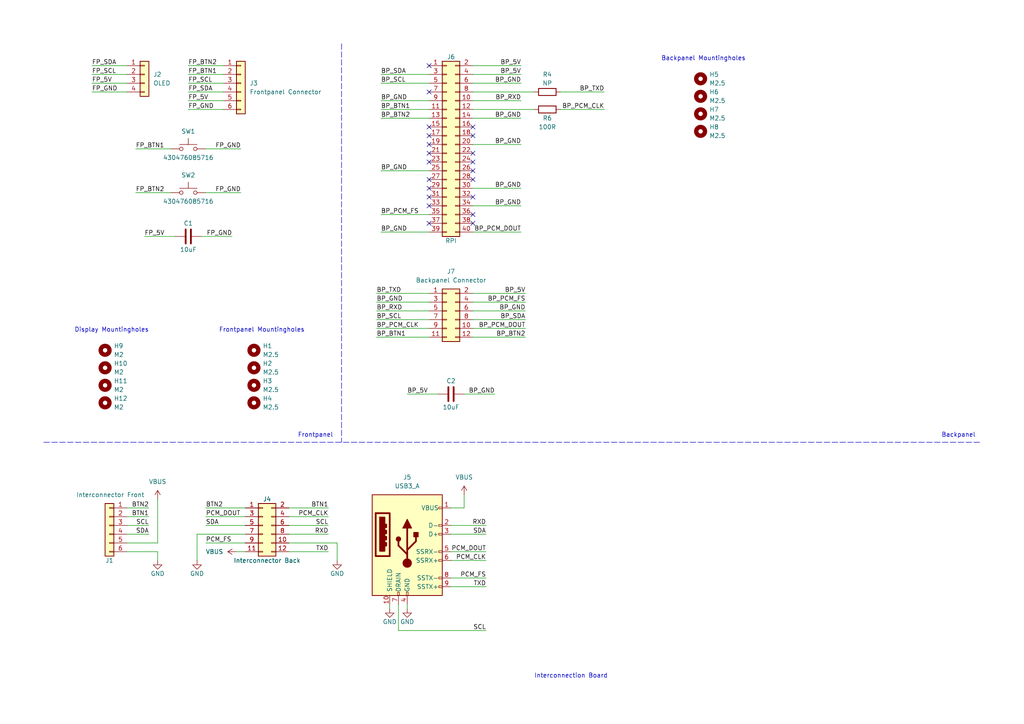
<source format=kicad_sch>
(kicad_sch (version 20211123) (generator eeschema)

  (uuid e63e39d7-6ac0-4ffd-8aa3-1841a4541b55)

  (paper "A4")

  (title_block
    (title "mt32-pi for MiSTer")
    (date "2022-04-03")
    (rev "1.2")
  )

  (lib_symbols
    (symbol "Connector:USB3_A" (pin_names (offset 1.016)) (in_bom yes) (on_board yes)
      (property "Reference" "J" (id 0) (at -10.16 15.24 0)
        (effects (font (size 1.27 1.27)) (justify left))
      )
      (property "Value" "USB3_A" (id 1) (at 10.16 15.24 0)
        (effects (font (size 1.27 1.27)) (justify right))
      )
      (property "Footprint" "" (id 2) (at 3.81 2.54 0)
        (effects (font (size 1.27 1.27)) hide)
      )
      (property "Datasheet" "~" (id 3) (at 3.81 2.54 0)
        (effects (font (size 1.27 1.27)) hide)
      )
      (property "ki_keywords" "usb universal serial bus" (id 4) (at 0 0 0)
        (effects (font (size 1.27 1.27)) hide)
      )
      (property "ki_description" "USB 3.0 A connector" (id 5) (at 0 0 0)
        (effects (font (size 1.27 1.27)) hide)
      )
      (symbol "USB3_A_0_0"
        (rectangle (start -9.144 8.636) (end -5.08 -3.81)
          (stroke (width 0.508) (type default) (color 0 0 0 0))
          (fill (type none))
        )
        (rectangle (start -7.874 7.366) (end -6.604 -2.286)
          (stroke (width 0.508) (type default) (color 0 0 0 0))
          (fill (type outline))
        )
        (rectangle (start -6.35 0) (end -6.096 -0.762)
          (stroke (width 0.508) (type default) (color 0 0 0 0))
          (fill (type none))
        )
        (rectangle (start -6.35 1.778) (end -6.096 1.016)
          (stroke (width 0.508) (type default) (color 0 0 0 0))
          (fill (type none))
        )
        (rectangle (start -6.35 3.556) (end -6.096 2.794)
          (stroke (width 0.508) (type default) (color 0 0 0 0))
          (fill (type none))
        )
        (rectangle (start -6.35 5.334) (end -6.096 4.572)
          (stroke (width 0.508) (type default) (color 0 0 0 0))
          (fill (type none))
        )
        (rectangle (start -2.794 -15.24) (end -2.286 -14.224)
          (stroke (width 0) (type default) (color 0 0 0 0))
          (fill (type none))
        )
        (rectangle (start -0.254 -15.24) (end 0.254 -14.224)
          (stroke (width 0) (type default) (color 0 0 0 0))
          (fill (type none))
        )
        (rectangle (start 10.16 -12.446) (end 9.144 -12.954)
          (stroke (width 0) (type default) (color 0 0 0 0))
          (fill (type none))
        )
        (rectangle (start 10.16 -9.906) (end 9.144 -10.414)
          (stroke (width 0) (type default) (color 0 0 0 0))
          (fill (type none))
        )
        (rectangle (start 10.16 -4.826) (end 9.144 -5.334)
          (stroke (width 0) (type default) (color 0 0 0 0))
          (fill (type none))
        )
        (rectangle (start 10.16 -2.286) (end 9.144 -2.794)
          (stroke (width 0) (type default) (color 0 0 0 0))
          (fill (type none))
        )
        (rectangle (start 10.16 2.794) (end 9.144 2.286)
          (stroke (width 0) (type default) (color 0 0 0 0))
          (fill (type none))
        )
        (rectangle (start 10.16 5.334) (end 9.144 4.826)
          (stroke (width 0) (type default) (color 0 0 0 0))
          (fill (type none))
        )
        (rectangle (start 10.16 10.414) (end 9.144 9.906)
          (stroke (width 0) (type default) (color 0 0 0 0))
          (fill (type none))
        )
      )
      (symbol "USB3_A_0_1"
        (rectangle (start -10.16 13.97) (end 10.16 -15.24)
          (stroke (width 0.254) (type default) (color 0 0 0 0))
          (fill (type background))
        )
      )
      (symbol "USB3_A_1_1"
        (circle (center -2.54 1.143) (radius 0.635)
          (stroke (width 0.254) (type default) (color 0 0 0 0))
          (fill (type outline))
        )
        (circle (center 0 -5.842) (radius 1.27)
          (stroke (width 0) (type default) (color 0 0 0 0))
          (fill (type outline))
        )
        (polyline
          (pts
            (xy 0 -5.842)
            (xy 0 4.318)
          )
          (stroke (width 0.508) (type default) (color 0 0 0 0))
          (fill (type none))
        )
        (polyline
          (pts
            (xy 0 -3.302)
            (xy -2.54 -0.762)
            (xy -2.54 0.508)
          )
          (stroke (width 0.508) (type default) (color 0 0 0 0))
          (fill (type none))
        )
        (polyline
          (pts
            (xy 0 -2.032)
            (xy 2.54 0.508)
            (xy 2.54 1.778)
          )
          (stroke (width 0.508) (type default) (color 0 0 0 0))
          (fill (type none))
        )
        (polyline
          (pts
            (xy -1.27 4.318)
            (xy 0 6.858)
            (xy 1.27 4.318)
            (xy -1.27 4.318)
          )
          (stroke (width 0.254) (type default) (color 0 0 0 0))
          (fill (type outline))
        )
        (rectangle (start 1.905 1.778) (end 3.175 3.048)
          (stroke (width 0.254) (type default) (color 0 0 0 0))
          (fill (type outline))
        )
        (pin power_in line (at 12.7 10.16 180) (length 2.54)
          (name "VBUS" (effects (font (size 1.27 1.27))))
          (number "1" (effects (font (size 1.27 1.27))))
        )
        (pin passive line (at -5.08 -17.78 90) (length 2.54)
          (name "SHIELD" (effects (font (size 1.27 1.27))))
          (number "10" (effects (font (size 1.27 1.27))))
        )
        (pin bidirectional line (at 12.7 5.08 180) (length 2.54)
          (name "D-" (effects (font (size 1.27 1.27))))
          (number "2" (effects (font (size 1.27 1.27))))
        )
        (pin bidirectional line (at 12.7 2.54 180) (length 2.54)
          (name "D+" (effects (font (size 1.27 1.27))))
          (number "3" (effects (font (size 1.27 1.27))))
        )
        (pin power_in line (at 0 -17.78 90) (length 2.54)
          (name "GND" (effects (font (size 1.27 1.27))))
          (number "4" (effects (font (size 1.27 1.27))))
        )
        (pin output line (at 12.7 -2.54 180) (length 2.54)
          (name "SSRX-" (effects (font (size 1.27 1.27))))
          (number "5" (effects (font (size 1.27 1.27))))
        )
        (pin output line (at 12.7 -5.08 180) (length 2.54)
          (name "SSRX+" (effects (font (size 1.27 1.27))))
          (number "6" (effects (font (size 1.27 1.27))))
        )
        (pin passive line (at -2.54 -17.78 90) (length 2.54)
          (name "DRAIN" (effects (font (size 1.27 1.27))))
          (number "7" (effects (font (size 1.27 1.27))))
        )
        (pin input line (at 12.7 -10.16 180) (length 2.54)
          (name "SSTX-" (effects (font (size 1.27 1.27))))
          (number "8" (effects (font (size 1.27 1.27))))
        )
        (pin input line (at 12.7 -12.7 180) (length 2.54)
          (name "SSTX+" (effects (font (size 1.27 1.27))))
          (number "9" (effects (font (size 1.27 1.27))))
        )
      )
    )
    (symbol "Connector_Generic:Conn_01x04" (pin_names (offset 1.016) hide) (in_bom yes) (on_board yes)
      (property "Reference" "J" (id 0) (at 0 5.08 0)
        (effects (font (size 1.27 1.27)))
      )
      (property "Value" "Conn_01x04" (id 1) (at 0 -7.62 0)
        (effects (font (size 1.27 1.27)))
      )
      (property "Footprint" "" (id 2) (at 0 0 0)
        (effects (font (size 1.27 1.27)) hide)
      )
      (property "Datasheet" "~" (id 3) (at 0 0 0)
        (effects (font (size 1.27 1.27)) hide)
      )
      (property "ki_keywords" "connector" (id 4) (at 0 0 0)
        (effects (font (size 1.27 1.27)) hide)
      )
      (property "ki_description" "Generic connector, single row, 01x04, script generated (kicad-library-utils/schlib/autogen/connector/)" (id 5) (at 0 0 0)
        (effects (font (size 1.27 1.27)) hide)
      )
      (property "ki_fp_filters" "Connector*:*_1x??_*" (id 6) (at 0 0 0)
        (effects (font (size 1.27 1.27)) hide)
      )
      (symbol "Conn_01x04_1_1"
        (rectangle (start -1.27 -4.953) (end 0 -5.207)
          (stroke (width 0.1524) (type default) (color 0 0 0 0))
          (fill (type none))
        )
        (rectangle (start -1.27 -2.413) (end 0 -2.667)
          (stroke (width 0.1524) (type default) (color 0 0 0 0))
          (fill (type none))
        )
        (rectangle (start -1.27 0.127) (end 0 -0.127)
          (stroke (width 0.1524) (type default) (color 0 0 0 0))
          (fill (type none))
        )
        (rectangle (start -1.27 2.667) (end 0 2.413)
          (stroke (width 0.1524) (type default) (color 0 0 0 0))
          (fill (type none))
        )
        (rectangle (start -1.27 3.81) (end 1.27 -6.35)
          (stroke (width 0.254) (type default) (color 0 0 0 0))
          (fill (type background))
        )
        (pin passive line (at -5.08 2.54 0) (length 3.81)
          (name "Pin_1" (effects (font (size 1.27 1.27))))
          (number "1" (effects (font (size 1.27 1.27))))
        )
        (pin passive line (at -5.08 0 0) (length 3.81)
          (name "Pin_2" (effects (font (size 1.27 1.27))))
          (number "2" (effects (font (size 1.27 1.27))))
        )
        (pin passive line (at -5.08 -2.54 0) (length 3.81)
          (name "Pin_3" (effects (font (size 1.27 1.27))))
          (number "3" (effects (font (size 1.27 1.27))))
        )
        (pin passive line (at -5.08 -5.08 0) (length 3.81)
          (name "Pin_4" (effects (font (size 1.27 1.27))))
          (number "4" (effects (font (size 1.27 1.27))))
        )
      )
    )
    (symbol "Connector_Generic:Conn_01x06" (pin_names (offset 1.016) hide) (in_bom yes) (on_board yes)
      (property "Reference" "J" (id 0) (at 0 7.62 0)
        (effects (font (size 1.27 1.27)))
      )
      (property "Value" "Conn_01x06" (id 1) (at 0 -10.16 0)
        (effects (font (size 1.27 1.27)))
      )
      (property "Footprint" "" (id 2) (at 0 0 0)
        (effects (font (size 1.27 1.27)) hide)
      )
      (property "Datasheet" "~" (id 3) (at 0 0 0)
        (effects (font (size 1.27 1.27)) hide)
      )
      (property "ki_keywords" "connector" (id 4) (at 0 0 0)
        (effects (font (size 1.27 1.27)) hide)
      )
      (property "ki_description" "Generic connector, single row, 01x06, script generated (kicad-library-utils/schlib/autogen/connector/)" (id 5) (at 0 0 0)
        (effects (font (size 1.27 1.27)) hide)
      )
      (property "ki_fp_filters" "Connector*:*_1x??_*" (id 6) (at 0 0 0)
        (effects (font (size 1.27 1.27)) hide)
      )
      (symbol "Conn_01x06_1_1"
        (rectangle (start -1.27 -7.493) (end 0 -7.747)
          (stroke (width 0.1524) (type default) (color 0 0 0 0))
          (fill (type none))
        )
        (rectangle (start -1.27 -4.953) (end 0 -5.207)
          (stroke (width 0.1524) (type default) (color 0 0 0 0))
          (fill (type none))
        )
        (rectangle (start -1.27 -2.413) (end 0 -2.667)
          (stroke (width 0.1524) (type default) (color 0 0 0 0))
          (fill (type none))
        )
        (rectangle (start -1.27 0.127) (end 0 -0.127)
          (stroke (width 0.1524) (type default) (color 0 0 0 0))
          (fill (type none))
        )
        (rectangle (start -1.27 2.667) (end 0 2.413)
          (stroke (width 0.1524) (type default) (color 0 0 0 0))
          (fill (type none))
        )
        (rectangle (start -1.27 5.207) (end 0 4.953)
          (stroke (width 0.1524) (type default) (color 0 0 0 0))
          (fill (type none))
        )
        (rectangle (start -1.27 6.35) (end 1.27 -8.89)
          (stroke (width 0.254) (type default) (color 0 0 0 0))
          (fill (type background))
        )
        (pin passive line (at -5.08 5.08 0) (length 3.81)
          (name "Pin_1" (effects (font (size 1.27 1.27))))
          (number "1" (effects (font (size 1.27 1.27))))
        )
        (pin passive line (at -5.08 2.54 0) (length 3.81)
          (name "Pin_2" (effects (font (size 1.27 1.27))))
          (number "2" (effects (font (size 1.27 1.27))))
        )
        (pin passive line (at -5.08 0 0) (length 3.81)
          (name "Pin_3" (effects (font (size 1.27 1.27))))
          (number "3" (effects (font (size 1.27 1.27))))
        )
        (pin passive line (at -5.08 -2.54 0) (length 3.81)
          (name "Pin_4" (effects (font (size 1.27 1.27))))
          (number "4" (effects (font (size 1.27 1.27))))
        )
        (pin passive line (at -5.08 -5.08 0) (length 3.81)
          (name "Pin_5" (effects (font (size 1.27 1.27))))
          (number "5" (effects (font (size 1.27 1.27))))
        )
        (pin passive line (at -5.08 -7.62 0) (length 3.81)
          (name "Pin_6" (effects (font (size 1.27 1.27))))
          (number "6" (effects (font (size 1.27 1.27))))
        )
      )
    )
    (symbol "Connector_Generic:Conn_02x06_Odd_Even" (pin_names (offset 1.016) hide) (in_bom yes) (on_board yes)
      (property "Reference" "J" (id 0) (at 1.27 7.62 0)
        (effects (font (size 1.27 1.27)))
      )
      (property "Value" "Conn_02x06_Odd_Even" (id 1) (at 1.27 -10.16 0)
        (effects (font (size 1.27 1.27)))
      )
      (property "Footprint" "" (id 2) (at 0 0 0)
        (effects (font (size 1.27 1.27)) hide)
      )
      (property "Datasheet" "~" (id 3) (at 0 0 0)
        (effects (font (size 1.27 1.27)) hide)
      )
      (property "ki_keywords" "connector" (id 4) (at 0 0 0)
        (effects (font (size 1.27 1.27)) hide)
      )
      (property "ki_description" "Generic connector, double row, 02x06, odd/even pin numbering scheme (row 1 odd numbers, row 2 even numbers), script generated (kicad-library-utils/schlib/autogen/connector/)" (id 5) (at 0 0 0)
        (effects (font (size 1.27 1.27)) hide)
      )
      (property "ki_fp_filters" "Connector*:*_2x??_*" (id 6) (at 0 0 0)
        (effects (font (size 1.27 1.27)) hide)
      )
      (symbol "Conn_02x06_Odd_Even_1_1"
        (rectangle (start -1.27 -7.493) (end 0 -7.747)
          (stroke (width 0.1524) (type default) (color 0 0 0 0))
          (fill (type none))
        )
        (rectangle (start -1.27 -4.953) (end 0 -5.207)
          (stroke (width 0.1524) (type default) (color 0 0 0 0))
          (fill (type none))
        )
        (rectangle (start -1.27 -2.413) (end 0 -2.667)
          (stroke (width 0.1524) (type default) (color 0 0 0 0))
          (fill (type none))
        )
        (rectangle (start -1.27 0.127) (end 0 -0.127)
          (stroke (width 0.1524) (type default) (color 0 0 0 0))
          (fill (type none))
        )
        (rectangle (start -1.27 2.667) (end 0 2.413)
          (stroke (width 0.1524) (type default) (color 0 0 0 0))
          (fill (type none))
        )
        (rectangle (start -1.27 5.207) (end 0 4.953)
          (stroke (width 0.1524) (type default) (color 0 0 0 0))
          (fill (type none))
        )
        (rectangle (start -1.27 6.35) (end 3.81 -8.89)
          (stroke (width 0.254) (type default) (color 0 0 0 0))
          (fill (type background))
        )
        (rectangle (start 3.81 -7.493) (end 2.54 -7.747)
          (stroke (width 0.1524) (type default) (color 0 0 0 0))
          (fill (type none))
        )
        (rectangle (start 3.81 -4.953) (end 2.54 -5.207)
          (stroke (width 0.1524) (type default) (color 0 0 0 0))
          (fill (type none))
        )
        (rectangle (start 3.81 -2.413) (end 2.54 -2.667)
          (stroke (width 0.1524) (type default) (color 0 0 0 0))
          (fill (type none))
        )
        (rectangle (start 3.81 0.127) (end 2.54 -0.127)
          (stroke (width 0.1524) (type default) (color 0 0 0 0))
          (fill (type none))
        )
        (rectangle (start 3.81 2.667) (end 2.54 2.413)
          (stroke (width 0.1524) (type default) (color 0 0 0 0))
          (fill (type none))
        )
        (rectangle (start 3.81 5.207) (end 2.54 4.953)
          (stroke (width 0.1524) (type default) (color 0 0 0 0))
          (fill (type none))
        )
        (pin passive line (at -5.08 5.08 0) (length 3.81)
          (name "Pin_1" (effects (font (size 1.27 1.27))))
          (number "1" (effects (font (size 1.27 1.27))))
        )
        (pin passive line (at 7.62 -5.08 180) (length 3.81)
          (name "Pin_10" (effects (font (size 1.27 1.27))))
          (number "10" (effects (font (size 1.27 1.27))))
        )
        (pin passive line (at -5.08 -7.62 0) (length 3.81)
          (name "Pin_11" (effects (font (size 1.27 1.27))))
          (number "11" (effects (font (size 1.27 1.27))))
        )
        (pin passive line (at 7.62 -7.62 180) (length 3.81)
          (name "Pin_12" (effects (font (size 1.27 1.27))))
          (number "12" (effects (font (size 1.27 1.27))))
        )
        (pin passive line (at 7.62 5.08 180) (length 3.81)
          (name "Pin_2" (effects (font (size 1.27 1.27))))
          (number "2" (effects (font (size 1.27 1.27))))
        )
        (pin passive line (at -5.08 2.54 0) (length 3.81)
          (name "Pin_3" (effects (font (size 1.27 1.27))))
          (number "3" (effects (font (size 1.27 1.27))))
        )
        (pin passive line (at 7.62 2.54 180) (length 3.81)
          (name "Pin_4" (effects (font (size 1.27 1.27))))
          (number "4" (effects (font (size 1.27 1.27))))
        )
        (pin passive line (at -5.08 0 0) (length 3.81)
          (name "Pin_5" (effects (font (size 1.27 1.27))))
          (number "5" (effects (font (size 1.27 1.27))))
        )
        (pin passive line (at 7.62 0 180) (length 3.81)
          (name "Pin_6" (effects (font (size 1.27 1.27))))
          (number "6" (effects (font (size 1.27 1.27))))
        )
        (pin passive line (at -5.08 -2.54 0) (length 3.81)
          (name "Pin_7" (effects (font (size 1.27 1.27))))
          (number "7" (effects (font (size 1.27 1.27))))
        )
        (pin passive line (at 7.62 -2.54 180) (length 3.81)
          (name "Pin_8" (effects (font (size 1.27 1.27))))
          (number "8" (effects (font (size 1.27 1.27))))
        )
        (pin passive line (at -5.08 -5.08 0) (length 3.81)
          (name "Pin_9" (effects (font (size 1.27 1.27))))
          (number "9" (effects (font (size 1.27 1.27))))
        )
      )
    )
    (symbol "Connector_Generic:Conn_02x20_Odd_Even" (pin_names (offset 1.016) hide) (in_bom yes) (on_board yes)
      (property "Reference" "J" (id 0) (at 1.27 25.4 0)
        (effects (font (size 1.27 1.27)))
      )
      (property "Value" "Conn_02x20_Odd_Even" (id 1) (at 1.27 -27.94 0)
        (effects (font (size 1.27 1.27)))
      )
      (property "Footprint" "" (id 2) (at 0 0 0)
        (effects (font (size 1.27 1.27)) hide)
      )
      (property "Datasheet" "~" (id 3) (at 0 0 0)
        (effects (font (size 1.27 1.27)) hide)
      )
      (property "ki_keywords" "connector" (id 4) (at 0 0 0)
        (effects (font (size 1.27 1.27)) hide)
      )
      (property "ki_description" "Generic connector, double row, 02x20, odd/even pin numbering scheme (row 1 odd numbers, row 2 even numbers), script generated (kicad-library-utils/schlib/autogen/connector/)" (id 5) (at 0 0 0)
        (effects (font (size 1.27 1.27)) hide)
      )
      (property "ki_fp_filters" "Connector*:*_2x??_*" (id 6) (at 0 0 0)
        (effects (font (size 1.27 1.27)) hide)
      )
      (symbol "Conn_02x20_Odd_Even_1_1"
        (rectangle (start -1.27 -25.273) (end 0 -25.527)
          (stroke (width 0.1524) (type default) (color 0 0 0 0))
          (fill (type none))
        )
        (rectangle (start -1.27 -22.733) (end 0 -22.987)
          (stroke (width 0.1524) (type default) (color 0 0 0 0))
          (fill (type none))
        )
        (rectangle (start -1.27 -20.193) (end 0 -20.447)
          (stroke (width 0.1524) (type default) (color 0 0 0 0))
          (fill (type none))
        )
        (rectangle (start -1.27 -17.653) (end 0 -17.907)
          (stroke (width 0.1524) (type default) (color 0 0 0 0))
          (fill (type none))
        )
        (rectangle (start -1.27 -15.113) (end 0 -15.367)
          (stroke (width 0.1524) (type default) (color 0 0 0 0))
          (fill (type none))
        )
        (rectangle (start -1.27 -12.573) (end 0 -12.827)
          (stroke (width 0.1524) (type default) (color 0 0 0 0))
          (fill (type none))
        )
        (rectangle (start -1.27 -10.033) (end 0 -10.287)
          (stroke (width 0.1524) (type default) (color 0 0 0 0))
          (fill (type none))
        )
        (rectangle (start -1.27 -7.493) (end 0 -7.747)
          (stroke (width 0.1524) (type default) (color 0 0 0 0))
          (fill (type none))
        )
        (rectangle (start -1.27 -4.953) (end 0 -5.207)
          (stroke (width 0.1524) (type default) (color 0 0 0 0))
          (fill (type none))
        )
        (rectangle (start -1.27 -2.413) (end 0 -2.667)
          (stroke (width 0.1524) (type default) (color 0 0 0 0))
          (fill (type none))
        )
        (rectangle (start -1.27 0.127) (end 0 -0.127)
          (stroke (width 0.1524) (type default) (color 0 0 0 0))
          (fill (type none))
        )
        (rectangle (start -1.27 2.667) (end 0 2.413)
          (stroke (width 0.1524) (type default) (color 0 0 0 0))
          (fill (type none))
        )
        (rectangle (start -1.27 5.207) (end 0 4.953)
          (stroke (width 0.1524) (type default) (color 0 0 0 0))
          (fill (type none))
        )
        (rectangle (start -1.27 7.747) (end 0 7.493)
          (stroke (width 0.1524) (type default) (color 0 0 0 0))
          (fill (type none))
        )
        (rectangle (start -1.27 10.287) (end 0 10.033)
          (stroke (width 0.1524) (type default) (color 0 0 0 0))
          (fill (type none))
        )
        (rectangle (start -1.27 12.827) (end 0 12.573)
          (stroke (width 0.1524) (type default) (color 0 0 0 0))
          (fill (type none))
        )
        (rectangle (start -1.27 15.367) (end 0 15.113)
          (stroke (width 0.1524) (type default) (color 0 0 0 0))
          (fill (type none))
        )
        (rectangle (start -1.27 17.907) (end 0 17.653)
          (stroke (width 0.1524) (type default) (color 0 0 0 0))
          (fill (type none))
        )
        (rectangle (start -1.27 20.447) (end 0 20.193)
          (stroke (width 0.1524) (type default) (color 0 0 0 0))
          (fill (type none))
        )
        (rectangle (start -1.27 22.987) (end 0 22.733)
          (stroke (width 0.1524) (type default) (color 0 0 0 0))
          (fill (type none))
        )
        (rectangle (start -1.27 24.13) (end 3.81 -26.67)
          (stroke (width 0.254) (type default) (color 0 0 0 0))
          (fill (type background))
        )
        (rectangle (start 3.81 -25.273) (end 2.54 -25.527)
          (stroke (width 0.1524) (type default) (color 0 0 0 0))
          (fill (type none))
        )
        (rectangle (start 3.81 -22.733) (end 2.54 -22.987)
          (stroke (width 0.1524) (type default) (color 0 0 0 0))
          (fill (type none))
        )
        (rectangle (start 3.81 -20.193) (end 2.54 -20.447)
          (stroke (width 0.1524) (type default) (color 0 0 0 0))
          (fill (type none))
        )
        (rectangle (start 3.81 -17.653) (end 2.54 -17.907)
          (stroke (width 0.1524) (type default) (color 0 0 0 0))
          (fill (type none))
        )
        (rectangle (start 3.81 -15.113) (end 2.54 -15.367)
          (stroke (width 0.1524) (type default) (color 0 0 0 0))
          (fill (type none))
        )
        (rectangle (start 3.81 -12.573) (end 2.54 -12.827)
          (stroke (width 0.1524) (type default) (color 0 0 0 0))
          (fill (type none))
        )
        (rectangle (start 3.81 -10.033) (end 2.54 -10.287)
          (stroke (width 0.1524) (type default) (color 0 0 0 0))
          (fill (type none))
        )
        (rectangle (start 3.81 -7.493) (end 2.54 -7.747)
          (stroke (width 0.1524) (type default) (color 0 0 0 0))
          (fill (type none))
        )
        (rectangle (start 3.81 -4.953) (end 2.54 -5.207)
          (stroke (width 0.1524) (type default) (color 0 0 0 0))
          (fill (type none))
        )
        (rectangle (start 3.81 -2.413) (end 2.54 -2.667)
          (stroke (width 0.1524) (type default) (color 0 0 0 0))
          (fill (type none))
        )
        (rectangle (start 3.81 0.127) (end 2.54 -0.127)
          (stroke (width 0.1524) (type default) (color 0 0 0 0))
          (fill (type none))
        )
        (rectangle (start 3.81 2.667) (end 2.54 2.413)
          (stroke (width 0.1524) (type default) (color 0 0 0 0))
          (fill (type none))
        )
        (rectangle (start 3.81 5.207) (end 2.54 4.953)
          (stroke (width 0.1524) (type default) (color 0 0 0 0))
          (fill (type none))
        )
        (rectangle (start 3.81 7.747) (end 2.54 7.493)
          (stroke (width 0.1524) (type default) (color 0 0 0 0))
          (fill (type none))
        )
        (rectangle (start 3.81 10.287) (end 2.54 10.033)
          (stroke (width 0.1524) (type default) (color 0 0 0 0))
          (fill (type none))
        )
        (rectangle (start 3.81 12.827) (end 2.54 12.573)
          (stroke (width 0.1524) (type default) (color 0 0 0 0))
          (fill (type none))
        )
        (rectangle (start 3.81 15.367) (end 2.54 15.113)
          (stroke (width 0.1524) (type default) (color 0 0 0 0))
          (fill (type none))
        )
        (rectangle (start 3.81 17.907) (end 2.54 17.653)
          (stroke (width 0.1524) (type default) (color 0 0 0 0))
          (fill (type none))
        )
        (rectangle (start 3.81 20.447) (end 2.54 20.193)
          (stroke (width 0.1524) (type default) (color 0 0 0 0))
          (fill (type none))
        )
        (rectangle (start 3.81 22.987) (end 2.54 22.733)
          (stroke (width 0.1524) (type default) (color 0 0 0 0))
          (fill (type none))
        )
        (pin passive line (at -5.08 22.86 0) (length 3.81)
          (name "Pin_1" (effects (font (size 1.27 1.27))))
          (number "1" (effects (font (size 1.27 1.27))))
        )
        (pin passive line (at 7.62 12.7 180) (length 3.81)
          (name "Pin_10" (effects (font (size 1.27 1.27))))
          (number "10" (effects (font (size 1.27 1.27))))
        )
        (pin passive line (at -5.08 10.16 0) (length 3.81)
          (name "Pin_11" (effects (font (size 1.27 1.27))))
          (number "11" (effects (font (size 1.27 1.27))))
        )
        (pin passive line (at 7.62 10.16 180) (length 3.81)
          (name "Pin_12" (effects (font (size 1.27 1.27))))
          (number "12" (effects (font (size 1.27 1.27))))
        )
        (pin passive line (at -5.08 7.62 0) (length 3.81)
          (name "Pin_13" (effects (font (size 1.27 1.27))))
          (number "13" (effects (font (size 1.27 1.27))))
        )
        (pin passive line (at 7.62 7.62 180) (length 3.81)
          (name "Pin_14" (effects (font (size 1.27 1.27))))
          (number "14" (effects (font (size 1.27 1.27))))
        )
        (pin passive line (at -5.08 5.08 0) (length 3.81)
          (name "Pin_15" (effects (font (size 1.27 1.27))))
          (number "15" (effects (font (size 1.27 1.27))))
        )
        (pin passive line (at 7.62 5.08 180) (length 3.81)
          (name "Pin_16" (effects (font (size 1.27 1.27))))
          (number "16" (effects (font (size 1.27 1.27))))
        )
        (pin passive line (at -5.08 2.54 0) (length 3.81)
          (name "Pin_17" (effects (font (size 1.27 1.27))))
          (number "17" (effects (font (size 1.27 1.27))))
        )
        (pin passive line (at 7.62 2.54 180) (length 3.81)
          (name "Pin_18" (effects (font (size 1.27 1.27))))
          (number "18" (effects (font (size 1.27 1.27))))
        )
        (pin passive line (at -5.08 0 0) (length 3.81)
          (name "Pin_19" (effects (font (size 1.27 1.27))))
          (number "19" (effects (font (size 1.27 1.27))))
        )
        (pin passive line (at 7.62 22.86 180) (length 3.81)
          (name "Pin_2" (effects (font (size 1.27 1.27))))
          (number "2" (effects (font (size 1.27 1.27))))
        )
        (pin passive line (at 7.62 0 180) (length 3.81)
          (name "Pin_20" (effects (font (size 1.27 1.27))))
          (number "20" (effects (font (size 1.27 1.27))))
        )
        (pin passive line (at -5.08 -2.54 0) (length 3.81)
          (name "Pin_21" (effects (font (size 1.27 1.27))))
          (number "21" (effects (font (size 1.27 1.27))))
        )
        (pin passive line (at 7.62 -2.54 180) (length 3.81)
          (name "Pin_22" (effects (font (size 1.27 1.27))))
          (number "22" (effects (font (size 1.27 1.27))))
        )
        (pin passive line (at -5.08 -5.08 0) (length 3.81)
          (name "Pin_23" (effects (font (size 1.27 1.27))))
          (number "23" (effects (font (size 1.27 1.27))))
        )
        (pin passive line (at 7.62 -5.08 180) (length 3.81)
          (name "Pin_24" (effects (font (size 1.27 1.27))))
          (number "24" (effects (font (size 1.27 1.27))))
        )
        (pin passive line (at -5.08 -7.62 0) (length 3.81)
          (name "Pin_25" (effects (font (size 1.27 1.27))))
          (number "25" (effects (font (size 1.27 1.27))))
        )
        (pin passive line (at 7.62 -7.62 180) (length 3.81)
          (name "Pin_26" (effects (font (size 1.27 1.27))))
          (number "26" (effects (font (size 1.27 1.27))))
        )
        (pin passive line (at -5.08 -10.16 0) (length 3.81)
          (name "Pin_27" (effects (font (size 1.27 1.27))))
          (number "27" (effects (font (size 1.27 1.27))))
        )
        (pin passive line (at 7.62 -10.16 180) (length 3.81)
          (name "Pin_28" (effects (font (size 1.27 1.27))))
          (number "28" (effects (font (size 1.27 1.27))))
        )
        (pin passive line (at -5.08 -12.7 0) (length 3.81)
          (name "Pin_29" (effects (font (size 1.27 1.27))))
          (number "29" (effects (font (size 1.27 1.27))))
        )
        (pin passive line (at -5.08 20.32 0) (length 3.81)
          (name "Pin_3" (effects (font (size 1.27 1.27))))
          (number "3" (effects (font (size 1.27 1.27))))
        )
        (pin passive line (at 7.62 -12.7 180) (length 3.81)
          (name "Pin_30" (effects (font (size 1.27 1.27))))
          (number "30" (effects (font (size 1.27 1.27))))
        )
        (pin passive line (at -5.08 -15.24 0) (length 3.81)
          (name "Pin_31" (effects (font (size 1.27 1.27))))
          (number "31" (effects (font (size 1.27 1.27))))
        )
        (pin passive line (at 7.62 -15.24 180) (length 3.81)
          (name "Pin_32" (effects (font (size 1.27 1.27))))
          (number "32" (effects (font (size 1.27 1.27))))
        )
        (pin passive line (at -5.08 -17.78 0) (length 3.81)
          (name "Pin_33" (effects (font (size 1.27 1.27))))
          (number "33" (effects (font (size 1.27 1.27))))
        )
        (pin passive line (at 7.62 -17.78 180) (length 3.81)
          (name "Pin_34" (effects (font (size 1.27 1.27))))
          (number "34" (effects (font (size 1.27 1.27))))
        )
        (pin passive line (at -5.08 -20.32 0) (length 3.81)
          (name "Pin_35" (effects (font (size 1.27 1.27))))
          (number "35" (effects (font (size 1.27 1.27))))
        )
        (pin passive line (at 7.62 -20.32 180) (length 3.81)
          (name "Pin_36" (effects (font (size 1.27 1.27))))
          (number "36" (effects (font (size 1.27 1.27))))
        )
        (pin passive line (at -5.08 -22.86 0) (length 3.81)
          (name "Pin_37" (effects (font (size 1.27 1.27))))
          (number "37" (effects (font (size 1.27 1.27))))
        )
        (pin passive line (at 7.62 -22.86 180) (length 3.81)
          (name "Pin_38" (effects (font (size 1.27 1.27))))
          (number "38" (effects (font (size 1.27 1.27))))
        )
        (pin passive line (at -5.08 -25.4 0) (length 3.81)
          (name "Pin_39" (effects (font (size 1.27 1.27))))
          (number "39" (effects (font (size 1.27 1.27))))
        )
        (pin passive line (at 7.62 20.32 180) (length 3.81)
          (name "Pin_4" (effects (font (size 1.27 1.27))))
          (number "4" (effects (font (size 1.27 1.27))))
        )
        (pin passive line (at 7.62 -25.4 180) (length 3.81)
          (name "Pin_40" (effects (font (size 1.27 1.27))))
          (number "40" (effects (font (size 1.27 1.27))))
        )
        (pin passive line (at -5.08 17.78 0) (length 3.81)
          (name "Pin_5" (effects (font (size 1.27 1.27))))
          (number "5" (effects (font (size 1.27 1.27))))
        )
        (pin passive line (at 7.62 17.78 180) (length 3.81)
          (name "Pin_6" (effects (font (size 1.27 1.27))))
          (number "6" (effects (font (size 1.27 1.27))))
        )
        (pin passive line (at -5.08 15.24 0) (length 3.81)
          (name "Pin_7" (effects (font (size 1.27 1.27))))
          (number "7" (effects (font (size 1.27 1.27))))
        )
        (pin passive line (at 7.62 15.24 180) (length 3.81)
          (name "Pin_8" (effects (font (size 1.27 1.27))))
          (number "8" (effects (font (size 1.27 1.27))))
        )
        (pin passive line (at -5.08 12.7 0) (length 3.81)
          (name "Pin_9" (effects (font (size 1.27 1.27))))
          (number "9" (effects (font (size 1.27 1.27))))
        )
      )
    )
    (symbol "Device:C" (pin_numbers hide) (pin_names (offset 0.254)) (in_bom yes) (on_board yes)
      (property "Reference" "C" (id 0) (at 0.635 2.54 0)
        (effects (font (size 1.27 1.27)) (justify left))
      )
      (property "Value" "C" (id 1) (at 0.635 -2.54 0)
        (effects (font (size 1.27 1.27)) (justify left))
      )
      (property "Footprint" "" (id 2) (at 0.9652 -3.81 0)
        (effects (font (size 1.27 1.27)) hide)
      )
      (property "Datasheet" "~" (id 3) (at 0 0 0)
        (effects (font (size 1.27 1.27)) hide)
      )
      (property "ki_keywords" "cap capacitor" (id 4) (at 0 0 0)
        (effects (font (size 1.27 1.27)) hide)
      )
      (property "ki_description" "Unpolarized capacitor" (id 5) (at 0 0 0)
        (effects (font (size 1.27 1.27)) hide)
      )
      (property "ki_fp_filters" "C_*" (id 6) (at 0 0 0)
        (effects (font (size 1.27 1.27)) hide)
      )
      (symbol "C_0_1"
        (polyline
          (pts
            (xy -2.032 -0.762)
            (xy 2.032 -0.762)
          )
          (stroke (width 0.508) (type default) (color 0 0 0 0))
          (fill (type none))
        )
        (polyline
          (pts
            (xy -2.032 0.762)
            (xy 2.032 0.762)
          )
          (stroke (width 0.508) (type default) (color 0 0 0 0))
          (fill (type none))
        )
      )
      (symbol "C_1_1"
        (pin passive line (at 0 3.81 270) (length 2.794)
          (name "~" (effects (font (size 1.27 1.27))))
          (number "1" (effects (font (size 1.27 1.27))))
        )
        (pin passive line (at 0 -3.81 90) (length 2.794)
          (name "~" (effects (font (size 1.27 1.27))))
          (number "2" (effects (font (size 1.27 1.27))))
        )
      )
    )
    (symbol "Device:R" (pin_numbers hide) (pin_names (offset 0)) (in_bom yes) (on_board yes)
      (property "Reference" "R" (id 0) (at 2.032 0 90)
        (effects (font (size 1.27 1.27)))
      )
      (property "Value" "R" (id 1) (at 0 0 90)
        (effects (font (size 1.27 1.27)))
      )
      (property "Footprint" "" (id 2) (at -1.778 0 90)
        (effects (font (size 1.27 1.27)) hide)
      )
      (property "Datasheet" "~" (id 3) (at 0 0 0)
        (effects (font (size 1.27 1.27)) hide)
      )
      (property "ki_keywords" "R res resistor" (id 4) (at 0 0 0)
        (effects (font (size 1.27 1.27)) hide)
      )
      (property "ki_description" "Resistor" (id 5) (at 0 0 0)
        (effects (font (size 1.27 1.27)) hide)
      )
      (property "ki_fp_filters" "R_*" (id 6) (at 0 0 0)
        (effects (font (size 1.27 1.27)) hide)
      )
      (symbol "R_0_1"
        (rectangle (start -1.016 -2.54) (end 1.016 2.54)
          (stroke (width 0.254) (type default) (color 0 0 0 0))
          (fill (type none))
        )
      )
      (symbol "R_1_1"
        (pin passive line (at 0 3.81 270) (length 1.27)
          (name "~" (effects (font (size 1.27 1.27))))
          (number "1" (effects (font (size 1.27 1.27))))
        )
        (pin passive line (at 0 -3.81 90) (length 1.27)
          (name "~" (effects (font (size 1.27 1.27))))
          (number "2" (effects (font (size 1.27 1.27))))
        )
      )
    )
    (symbol "Mechanical:MountingHole" (pin_names (offset 1.016)) (in_bom yes) (on_board yes)
      (property "Reference" "H" (id 0) (at 0 5.08 0)
        (effects (font (size 1.27 1.27)))
      )
      (property "Value" "MountingHole" (id 1) (at 0 3.175 0)
        (effects (font (size 1.27 1.27)))
      )
      (property "Footprint" "" (id 2) (at 0 0 0)
        (effects (font (size 1.27 1.27)) hide)
      )
      (property "Datasheet" "~" (id 3) (at 0 0 0)
        (effects (font (size 1.27 1.27)) hide)
      )
      (property "ki_keywords" "mounting hole" (id 4) (at 0 0 0)
        (effects (font (size 1.27 1.27)) hide)
      )
      (property "ki_description" "Mounting Hole without connection" (id 5) (at 0 0 0)
        (effects (font (size 1.27 1.27)) hide)
      )
      (property "ki_fp_filters" "MountingHole*" (id 6) (at 0 0 0)
        (effects (font (size 1.27 1.27)) hide)
      )
      (symbol "MountingHole_0_1"
        (circle (center 0 0) (radius 1.27)
          (stroke (width 1.27) (type default) (color 0 0 0 0))
          (fill (type none))
        )
      )
    )
    (symbol "Switch:SW_Push" (pin_numbers hide) (pin_names (offset 1.016) hide) (in_bom yes) (on_board yes)
      (property "Reference" "SW" (id 0) (at 1.27 2.54 0)
        (effects (font (size 1.27 1.27)) (justify left))
      )
      (property "Value" "SW_Push" (id 1) (at 0 -1.524 0)
        (effects (font (size 1.27 1.27)))
      )
      (property "Footprint" "" (id 2) (at 0 5.08 0)
        (effects (font (size 1.27 1.27)) hide)
      )
      (property "Datasheet" "~" (id 3) (at 0 5.08 0)
        (effects (font (size 1.27 1.27)) hide)
      )
      (property "ki_keywords" "switch normally-open pushbutton push-button" (id 4) (at 0 0 0)
        (effects (font (size 1.27 1.27)) hide)
      )
      (property "ki_description" "Push button switch, generic, two pins" (id 5) (at 0 0 0)
        (effects (font (size 1.27 1.27)) hide)
      )
      (symbol "SW_Push_0_1"
        (circle (center -2.032 0) (radius 0.508)
          (stroke (width 0) (type default) (color 0 0 0 0))
          (fill (type none))
        )
        (polyline
          (pts
            (xy 0 1.27)
            (xy 0 3.048)
          )
          (stroke (width 0) (type default) (color 0 0 0 0))
          (fill (type none))
        )
        (polyline
          (pts
            (xy 2.54 1.27)
            (xy -2.54 1.27)
          )
          (stroke (width 0) (type default) (color 0 0 0 0))
          (fill (type none))
        )
        (circle (center 2.032 0) (radius 0.508)
          (stroke (width 0) (type default) (color 0 0 0 0))
          (fill (type none))
        )
        (pin passive line (at -5.08 0 0) (length 2.54)
          (name "1" (effects (font (size 1.27 1.27))))
          (number "1" (effects (font (size 1.27 1.27))))
        )
        (pin passive line (at 5.08 0 180) (length 2.54)
          (name "2" (effects (font (size 1.27 1.27))))
          (number "2" (effects (font (size 1.27 1.27))))
        )
      )
    )
    (symbol "power:GND" (power) (pin_names (offset 0)) (in_bom yes) (on_board yes)
      (property "Reference" "#PWR" (id 0) (at 0 -6.35 0)
        (effects (font (size 1.27 1.27)) hide)
      )
      (property "Value" "GND" (id 1) (at 0 -3.81 0)
        (effects (font (size 1.27 1.27)))
      )
      (property "Footprint" "" (id 2) (at 0 0 0)
        (effects (font (size 1.27 1.27)) hide)
      )
      (property "Datasheet" "" (id 3) (at 0 0 0)
        (effects (font (size 1.27 1.27)) hide)
      )
      (property "ki_keywords" "power-flag" (id 4) (at 0 0 0)
        (effects (font (size 1.27 1.27)) hide)
      )
      (property "ki_description" "Power symbol creates a global label with name \"GND\" , ground" (id 5) (at 0 0 0)
        (effects (font (size 1.27 1.27)) hide)
      )
      (symbol "GND_0_1"
        (polyline
          (pts
            (xy 0 0)
            (xy 0 -1.27)
            (xy 1.27 -1.27)
            (xy 0 -2.54)
            (xy -1.27 -1.27)
            (xy 0 -1.27)
          )
          (stroke (width 0) (type default) (color 0 0 0 0))
          (fill (type none))
        )
      )
      (symbol "GND_1_1"
        (pin power_in line (at 0 0 270) (length 0) hide
          (name "GND" (effects (font (size 1.27 1.27))))
          (number "1" (effects (font (size 1.27 1.27))))
        )
      )
    )
    (symbol "power:VBUS" (power) (pin_names (offset 0)) (in_bom yes) (on_board yes)
      (property "Reference" "#PWR" (id 0) (at 0 -3.81 0)
        (effects (font (size 1.27 1.27)) hide)
      )
      (property "Value" "VBUS" (id 1) (at 0 3.81 0)
        (effects (font (size 1.27 1.27)))
      )
      (property "Footprint" "" (id 2) (at 0 0 0)
        (effects (font (size 1.27 1.27)) hide)
      )
      (property "Datasheet" "" (id 3) (at 0 0 0)
        (effects (font (size 1.27 1.27)) hide)
      )
      (property "ki_keywords" "power-flag" (id 4) (at 0 0 0)
        (effects (font (size 1.27 1.27)) hide)
      )
      (property "ki_description" "Power symbol creates a global label with name \"VBUS\"" (id 5) (at 0 0 0)
        (effects (font (size 1.27 1.27)) hide)
      )
      (symbol "VBUS_0_1"
        (polyline
          (pts
            (xy -0.762 1.27)
            (xy 0 2.54)
          )
          (stroke (width 0) (type default) (color 0 0 0 0))
          (fill (type none))
        )
        (polyline
          (pts
            (xy 0 0)
            (xy 0 2.54)
          )
          (stroke (width 0) (type default) (color 0 0 0 0))
          (fill (type none))
        )
        (polyline
          (pts
            (xy 0 2.54)
            (xy 0.762 1.27)
          )
          (stroke (width 0) (type default) (color 0 0 0 0))
          (fill (type none))
        )
      )
      (symbol "VBUS_1_1"
        (pin power_in line (at 0 0 90) (length 0) hide
          (name "VBUS" (effects (font (size 1.27 1.27))))
          (number "1" (effects (font (size 1.27 1.27))))
        )
      )
    )
  )


  (no_connect (at 124.46 19.05) (uuid 026a3375-7196-41b6-a758-e5f9ffe76265))
  (no_connect (at 124.46 39.37) (uuid 14c76303-8d58-42bb-90a8-2a8e7c0f1930))
  (no_connect (at 124.46 36.83) (uuid 14c76303-8d58-42bb-90a8-2a8e7c0f1931))
  (no_connect (at 124.46 41.91) (uuid 14c76303-8d58-42bb-90a8-2a8e7c0f1932))
  (no_connect (at 124.46 44.45) (uuid 14c76303-8d58-42bb-90a8-2a8e7c0f1933))
  (no_connect (at 124.46 46.99) (uuid 14c76303-8d58-42bb-90a8-2a8e7c0f1934))
  (no_connect (at 124.46 64.77) (uuid 14c76303-8d58-42bb-90a8-2a8e7c0f1935))
  (no_connect (at 124.46 52.07) (uuid 14c76303-8d58-42bb-90a8-2a8e7c0f1936))
  (no_connect (at 124.46 54.61) (uuid 14c76303-8d58-42bb-90a8-2a8e7c0f1937))
  (no_connect (at 124.46 57.15) (uuid 14c76303-8d58-42bb-90a8-2a8e7c0f1938))
  (no_connect (at 124.46 59.69) (uuid 14c76303-8d58-42bb-90a8-2a8e7c0f1939))
  (no_connect (at 137.16 57.15) (uuid 14c76303-8d58-42bb-90a8-2a8e7c0f193a))
  (no_connect (at 137.16 52.07) (uuid 14c76303-8d58-42bb-90a8-2a8e7c0f193b))
  (no_connect (at 137.16 62.23) (uuid 14c76303-8d58-42bb-90a8-2a8e7c0f193c))
  (no_connect (at 124.46 26.67) (uuid 14c76303-8d58-42bb-90a8-2a8e7c0f193d))
  (no_connect (at 137.16 49.53) (uuid 14c76303-8d58-42bb-90a8-2a8e7c0f193e))
  (no_connect (at 137.16 39.37) (uuid 14c76303-8d58-42bb-90a8-2a8e7c0f193f))
  (no_connect (at 137.16 46.99) (uuid 14c76303-8d58-42bb-90a8-2a8e7c0f1940))
  (no_connect (at 137.16 44.45) (uuid 14c76303-8d58-42bb-90a8-2a8e7c0f1941))
  (no_connect (at 137.16 36.83) (uuid 14c76303-8d58-42bb-90a8-2a8e7c0f1942))
  (no_connect (at 137.16 64.77) (uuid 14c76303-8d58-42bb-90a8-2a8e7c0f1943))

  (wire (pts (xy 137.16 92.71) (xy 152.4 92.71))
    (stroke (width 0) (type default) (color 0 0 0 0))
    (uuid 05ba0275-5a69-4e08-b65a-76b24d114d62)
  )
  (wire (pts (xy 39.37 43.18) (xy 49.53 43.18))
    (stroke (width 0) (type default) (color 0 0 0 0))
    (uuid 0613dd51-0613-45ce-a495-e19f1d8b92a3)
  )
  (wire (pts (xy 59.69 152.4) (xy 71.12 152.4))
    (stroke (width 0) (type default) (color 0 0 0 0))
    (uuid 09856c24-4756-49ef-b3ff-e4228bfdbd12)
  )
  (wire (pts (xy 137.16 21.59) (xy 151.13 21.59))
    (stroke (width 0) (type default) (color 0 0 0 0))
    (uuid 0a1a5ee4-1319-4027-a5ef-62db903e82b2)
  )
  (wire (pts (xy 68.58 160.02) (xy 71.12 160.02))
    (stroke (width 0) (type default) (color 0 0 0 0))
    (uuid 129987fb-2dbd-4a45-a8a6-fba1894ab023)
  )
  (wire (pts (xy 113.03 175.26) (xy 113.03 176.53))
    (stroke (width 0) (type default) (color 0 0 0 0))
    (uuid 164fc819-1550-49e3-a1d3-80bdca363ce9)
  )
  (wire (pts (xy 130.81 154.94) (xy 140.97 154.94))
    (stroke (width 0) (type default) (color 0 0 0 0))
    (uuid 1742d870-5bb9-46c1-92a9-246344e3dede)
  )
  (wire (pts (xy 118.11 175.26) (xy 118.11 176.53))
    (stroke (width 0) (type default) (color 0 0 0 0))
    (uuid 1bed23b4-2df8-4d9e-a89c-ed4540ff0ac2)
  )
  (wire (pts (xy 54.61 29.21) (xy 64.77 29.21))
    (stroke (width 0) (type default) (color 0 0 0 0))
    (uuid 1c0d1cd8-4c31-4611-8f97-d13f88965190)
  )
  (polyline (pts (xy 12.7 128.27) (xy 284.48 128.27))
    (stroke (width 0) (type default) (color 0 0 0 0))
    (uuid 1cbc6c5d-7a35-45cb-ae88-dbb9f3f2a2b7)
  )

  (wire (pts (xy 110.49 62.23) (xy 124.46 62.23))
    (stroke (width 0) (type default) (color 0 0 0 0))
    (uuid 220df2c7-7bc1-4628-9053-585f70c51749)
  )
  (polyline (pts (xy 99.06 12.7) (xy 99.06 128.27))
    (stroke (width 0) (type default) (color 0 0 0 0))
    (uuid 22cf5a0b-4302-4f94-87f4-aa9604050f8d)
  )

  (wire (pts (xy 54.61 21.59) (xy 64.77 21.59))
    (stroke (width 0) (type default) (color 0 0 0 0))
    (uuid 238a4016-d43c-4714-a05d-596db953b17e)
  )
  (wire (pts (xy 137.16 29.21) (xy 151.13 29.21))
    (stroke (width 0) (type default) (color 0 0 0 0))
    (uuid 28f929e7-e252-4c11-abc8-c1cd99900a84)
  )
  (wire (pts (xy 83.82 157.48) (xy 97.79 157.48))
    (stroke (width 0) (type default) (color 0 0 0 0))
    (uuid 2964be75-f894-4d6f-bf4e-367dae813006)
  )
  (wire (pts (xy 36.83 160.02) (xy 45.72 160.02))
    (stroke (width 0) (type default) (color 0 0 0 0))
    (uuid 2990550d-851d-49ad-8634-99e1db18fe47)
  )
  (wire (pts (xy 137.16 90.17) (xy 152.4 90.17))
    (stroke (width 0) (type default) (color 0 0 0 0))
    (uuid 2f72d884-c833-478b-a412-95088c02d332)
  )
  (wire (pts (xy 137.16 67.31) (xy 151.13 67.31))
    (stroke (width 0) (type default) (color 0 0 0 0))
    (uuid 32771a80-411f-4cf0-ba17-d36832f17c16)
  )
  (wire (pts (xy 36.83 147.32) (xy 43.18 147.32))
    (stroke (width 0) (type default) (color 0 0 0 0))
    (uuid 34a75f7d-97c0-4985-93a9-d7249c288d04)
  )
  (wire (pts (xy 134.62 147.32) (xy 134.62 143.51))
    (stroke (width 0) (type default) (color 0 0 0 0))
    (uuid 3b3862a4-5658-43e9-924a-6bb9e11ce3d9)
  )
  (wire (pts (xy 130.81 147.32) (xy 134.62 147.32))
    (stroke (width 0) (type default) (color 0 0 0 0))
    (uuid 40017b78-3204-415c-84e1-c0fe1b788a07)
  )
  (wire (pts (xy 83.82 149.86) (xy 95.25 149.86))
    (stroke (width 0) (type default) (color 0 0 0 0))
    (uuid 41107890-e59a-46a5-a4dc-4ad5845d16ca)
  )
  (wire (pts (xy 83.82 147.32) (xy 95.25 147.32))
    (stroke (width 0) (type default) (color 0 0 0 0))
    (uuid 43b54b01-962b-448c-b2cc-c9f6a185050e)
  )
  (wire (pts (xy 110.49 49.53) (xy 124.46 49.53))
    (stroke (width 0) (type default) (color 0 0 0 0))
    (uuid 4934491b-ee0d-40cf-9035-7c4c67364b86)
  )
  (wire (pts (xy 45.72 160.02) (xy 45.72 162.56))
    (stroke (width 0) (type default) (color 0 0 0 0))
    (uuid 4a0afd40-4b48-4d8b-a847-629c884aeb1a)
  )
  (wire (pts (xy 41.91 68.58) (xy 50.8 68.58))
    (stroke (width 0) (type default) (color 0 0 0 0))
    (uuid 4ec1eaff-4894-4c4e-8147-7565afd2e7e2)
  )
  (wire (pts (xy 118.11 114.3) (xy 127 114.3))
    (stroke (width 0) (type default) (color 0 0 0 0))
    (uuid 50054e1c-94aa-4247-aa8a-3a9541b2ffa1)
  )
  (wire (pts (xy 109.22 97.79) (xy 124.46 97.79))
    (stroke (width 0) (type default) (color 0 0 0 0))
    (uuid 55257c76-67f9-4549-8a4d-bf5aaa63f969)
  )
  (wire (pts (xy 109.22 95.25) (xy 124.46 95.25))
    (stroke (width 0) (type default) (color 0 0 0 0))
    (uuid 57998263-96d3-47a4-b17d-f00267a501c4)
  )
  (wire (pts (xy 162.56 26.67) (xy 175.26 26.67))
    (stroke (width 0) (type default) (color 0 0 0 0))
    (uuid 5a2e22df-3dc6-44c3-bc13-82a0c76ab18b)
  )
  (wire (pts (xy 59.69 149.86) (xy 71.12 149.86))
    (stroke (width 0) (type default) (color 0 0 0 0))
    (uuid 5e9f16a4-8f11-42cb-b156-8d87e68e6706)
  )
  (wire (pts (xy 110.49 21.59) (xy 124.46 21.59))
    (stroke (width 0) (type default) (color 0 0 0 0))
    (uuid 5f189900-454c-4c51-93c7-15f450b18635)
  )
  (wire (pts (xy 137.16 19.05) (xy 151.13 19.05))
    (stroke (width 0) (type default) (color 0 0 0 0))
    (uuid 5f8a3460-e003-46d1-91fa-245c8a607fa0)
  )
  (wire (pts (xy 130.81 167.64) (xy 140.97 167.64))
    (stroke (width 0) (type default) (color 0 0 0 0))
    (uuid 63f1ee72-a700-490b-b329-ec58728d95c5)
  )
  (wire (pts (xy 59.69 147.32) (xy 71.12 147.32))
    (stroke (width 0) (type default) (color 0 0 0 0))
    (uuid 6afadfc9-e98a-4f64-99da-338da602e56b)
  )
  (wire (pts (xy 59.69 55.88) (xy 69.85 55.88))
    (stroke (width 0) (type default) (color 0 0 0 0))
    (uuid 6b141fcf-5310-4ae7-b882-a3a203ffcd28)
  )
  (wire (pts (xy 137.16 26.67) (xy 154.94 26.67))
    (stroke (width 0) (type default) (color 0 0 0 0))
    (uuid 71ed6cdc-58bb-42bc-8bd3-df0d0ecd99f8)
  )
  (wire (pts (xy 59.69 43.18) (xy 69.85 43.18))
    (stroke (width 0) (type default) (color 0 0 0 0))
    (uuid 73b60497-10da-46b6-a071-245ce6132eb7)
  )
  (wire (pts (xy 54.61 31.75) (xy 64.77 31.75))
    (stroke (width 0) (type default) (color 0 0 0 0))
    (uuid 73f986a9-fbb5-49bf-9a6d-47efb7fe8c21)
  )
  (wire (pts (xy 110.49 31.75) (xy 124.46 31.75))
    (stroke (width 0) (type default) (color 0 0 0 0))
    (uuid 7464aaf9-fe3e-4621-9197-419d8b788530)
  )
  (wire (pts (xy 110.49 67.31) (xy 124.46 67.31))
    (stroke (width 0) (type default) (color 0 0 0 0))
    (uuid 755c6b98-643d-4076-8a5d-ea23911ee5ea)
  )
  (wire (pts (xy 115.57 175.26) (xy 115.57 182.88))
    (stroke (width 0) (type default) (color 0 0 0 0))
    (uuid 75df53fd-361c-4c88-8e7a-84137ba45513)
  )
  (wire (pts (xy 137.16 59.69) (xy 151.13 59.69))
    (stroke (width 0) (type default) (color 0 0 0 0))
    (uuid 764ad2da-1162-4c9a-a846-41d5150887c2)
  )
  (wire (pts (xy 137.16 31.75) (xy 154.94 31.75))
    (stroke (width 0) (type default) (color 0 0 0 0))
    (uuid 779a8862-54fb-4988-b947-75d23320fb4a)
  )
  (wire (pts (xy 109.22 92.71) (xy 124.46 92.71))
    (stroke (width 0) (type default) (color 0 0 0 0))
    (uuid 78cdae17-6179-4f4a-a1ac-ece894f6f264)
  )
  (wire (pts (xy 130.81 170.18) (xy 140.97 170.18))
    (stroke (width 0) (type default) (color 0 0 0 0))
    (uuid 78d47c8d-58ef-4be3-bc0f-308b32f9d51f)
  )
  (wire (pts (xy 58.42 68.58) (xy 67.31 68.58))
    (stroke (width 0) (type default) (color 0 0 0 0))
    (uuid 7d02d55a-1add-4cf4-b541-5ce49adb962b)
  )
  (wire (pts (xy 83.82 160.02) (xy 95.25 160.02))
    (stroke (width 0) (type default) (color 0 0 0 0))
    (uuid 7e70f6e3-9ac1-4134-80a8-2edfb36a264d)
  )
  (wire (pts (xy 110.49 24.13) (xy 124.46 24.13))
    (stroke (width 0) (type default) (color 0 0 0 0))
    (uuid 81a3541a-bfd2-437e-8b06-cbca7a0b146c)
  )
  (wire (pts (xy 26.67 26.67) (xy 36.83 26.67))
    (stroke (width 0) (type default) (color 0 0 0 0))
    (uuid 84a42951-17fe-4bf2-ae4a-561db752b804)
  )
  (wire (pts (xy 36.83 149.86) (xy 43.18 149.86))
    (stroke (width 0) (type default) (color 0 0 0 0))
    (uuid 879cad1c-eeed-4b8c-bfad-a3f66e2d3e54)
  )
  (wire (pts (xy 137.16 41.91) (xy 151.13 41.91))
    (stroke (width 0) (type default) (color 0 0 0 0))
    (uuid 88746fc5-a373-4e1d-b5e4-5c613f69b48e)
  )
  (wire (pts (xy 54.61 24.13) (xy 64.77 24.13))
    (stroke (width 0) (type default) (color 0 0 0 0))
    (uuid 8a4a6e2b-94b9-45d1-b517-fa001a864589)
  )
  (wire (pts (xy 83.82 154.94) (xy 95.25 154.94))
    (stroke (width 0) (type default) (color 0 0 0 0))
    (uuid 8c8c6d8c-6bfd-4af0-bb26-7d9bb7ae9290)
  )
  (wire (pts (xy 36.83 152.4) (xy 43.18 152.4))
    (stroke (width 0) (type default) (color 0 0 0 0))
    (uuid 9020a11e-1926-46e6-a7ab-0b2db5ac0ff4)
  )
  (wire (pts (xy 83.82 152.4) (xy 95.25 152.4))
    (stroke (width 0) (type default) (color 0 0 0 0))
    (uuid 91885b46-6c56-4a26-9a8f-09a80b9310c4)
  )
  (wire (pts (xy 110.49 29.21) (xy 124.46 29.21))
    (stroke (width 0) (type default) (color 0 0 0 0))
    (uuid 92cd9791-7a1b-4f0c-bd73-5026deaecd1a)
  )
  (wire (pts (xy 109.22 87.63) (xy 124.46 87.63))
    (stroke (width 0) (type default) (color 0 0 0 0))
    (uuid 93527eb1-5c2a-4180-a0c1-718a472af9dd)
  )
  (wire (pts (xy 26.67 19.05) (xy 36.83 19.05))
    (stroke (width 0) (type default) (color 0 0 0 0))
    (uuid 93744995-4cd6-4c7b-bc66-aa8d315c9f12)
  )
  (wire (pts (xy 54.61 19.05) (xy 64.77 19.05))
    (stroke (width 0) (type default) (color 0 0 0 0))
    (uuid 9be7a701-cd0b-41f0-9b17-46b29cf6911a)
  )
  (wire (pts (xy 137.16 24.13) (xy 151.13 24.13))
    (stroke (width 0) (type default) (color 0 0 0 0))
    (uuid 9cdac241-22f5-4580-98dd-4aa1346bed2d)
  )
  (wire (pts (xy 137.16 85.09) (xy 152.4 85.09))
    (stroke (width 0) (type default) (color 0 0 0 0))
    (uuid 9d4aa662-d1fa-4e23-a68c-99a7dec73983)
  )
  (wire (pts (xy 39.37 55.88) (xy 49.53 55.88))
    (stroke (width 0) (type default) (color 0 0 0 0))
    (uuid a902a587-b1c6-4ec1-ab6e-d046b860ddfe)
  )
  (wire (pts (xy 57.15 154.94) (xy 71.12 154.94))
    (stroke (width 0) (type default) (color 0 0 0 0))
    (uuid ab60fb1b-979c-4692-b9af-6acc59c6343e)
  )
  (wire (pts (xy 130.81 162.56) (xy 140.97 162.56))
    (stroke (width 0) (type default) (color 0 0 0 0))
    (uuid b6afb851-9fa0-45ae-92d2-e0cee1a8ecee)
  )
  (wire (pts (xy 110.49 34.29) (xy 124.46 34.29))
    (stroke (width 0) (type default) (color 0 0 0 0))
    (uuid bc4239d6-6e73-4396-8e61-2279cc55247f)
  )
  (wire (pts (xy 162.56 31.75) (xy 175.26 31.75))
    (stroke (width 0) (type default) (color 0 0 0 0))
    (uuid c0beedd1-4286-4603-bc1f-2be50b74fdfa)
  )
  (wire (pts (xy 109.22 85.09) (xy 124.46 85.09))
    (stroke (width 0) (type default) (color 0 0 0 0))
    (uuid c1af0114-8ae9-45fb-bf9e-615b9c70e0a3)
  )
  (wire (pts (xy 26.67 21.59) (xy 36.83 21.59))
    (stroke (width 0) (type default) (color 0 0 0 0))
    (uuid c60c983f-4818-4e90-98f8-68f92ae16085)
  )
  (wire (pts (xy 36.83 154.94) (xy 43.18 154.94))
    (stroke (width 0) (type default) (color 0 0 0 0))
    (uuid c92d0850-7a22-44fb-b341-c58387a94a4f)
  )
  (wire (pts (xy 57.15 154.94) (xy 57.15 162.56))
    (stroke (width 0) (type default) (color 0 0 0 0))
    (uuid cc05f380-f56b-4aa0-90b3-5512a23ad933)
  )
  (wire (pts (xy 130.81 152.4) (xy 140.97 152.4))
    (stroke (width 0) (type default) (color 0 0 0 0))
    (uuid d226e823-702c-44b0-bc36-8877f62ccad1)
  )
  (wire (pts (xy 137.16 54.61) (xy 151.13 54.61))
    (stroke (width 0) (type default) (color 0 0 0 0))
    (uuid d281b952-2efa-4ff1-8321-2eff38bfa180)
  )
  (wire (pts (xy 26.67 24.13) (xy 36.83 24.13))
    (stroke (width 0) (type default) (color 0 0 0 0))
    (uuid d51499b3-7269-43d4-ac3e-902f0d00f150)
  )
  (wire (pts (xy 137.16 95.25) (xy 152.4 95.25))
    (stroke (width 0) (type default) (color 0 0 0 0))
    (uuid da592d26-1634-490a-a618-eb547486efad)
  )
  (wire (pts (xy 137.16 34.29) (xy 151.13 34.29))
    (stroke (width 0) (type default) (color 0 0 0 0))
    (uuid deb6974a-f57a-45f9-91df-552296aa87c4)
  )
  (wire (pts (xy 97.79 162.56) (xy 97.79 157.48))
    (stroke (width 0) (type default) (color 0 0 0 0))
    (uuid e0dc5bd9-70ed-4f7c-aa8c-7d536f780f6f)
  )
  (wire (pts (xy 36.83 157.48) (xy 45.72 157.48))
    (stroke (width 0) (type default) (color 0 0 0 0))
    (uuid e0dcd56e-7d68-4f51-91b2-4e7dfa8285e7)
  )
  (wire (pts (xy 134.62 114.3) (xy 143.51 114.3))
    (stroke (width 0) (type default) (color 0 0 0 0))
    (uuid e2429646-8b33-4c53-b150-1870bc681cce)
  )
  (wire (pts (xy 137.16 87.63) (xy 152.4 87.63))
    (stroke (width 0) (type default) (color 0 0 0 0))
    (uuid e40bd2ab-ce46-4409-be61-3f7cf211248c)
  )
  (wire (pts (xy 45.72 157.48) (xy 45.72 144.78))
    (stroke (width 0) (type default) (color 0 0 0 0))
    (uuid e44be1b8-b69e-4fcf-a58a-69e24da669fd)
  )
  (wire (pts (xy 59.69 157.48) (xy 71.12 157.48))
    (stroke (width 0) (type default) (color 0 0 0 0))
    (uuid ea2fc560-beec-4458-a301-8420eef7e28d)
  )
  (wire (pts (xy 137.16 97.79) (xy 152.4 97.79))
    (stroke (width 0) (type default) (color 0 0 0 0))
    (uuid ed1b95af-b7ef-49f9-816a-c6f94efd1a28)
  )
  (wire (pts (xy 130.81 160.02) (xy 140.97 160.02))
    (stroke (width 0) (type default) (color 0 0 0 0))
    (uuid ed33d70c-b3e7-4503-971d-c2c960030b98)
  )
  (wire (pts (xy 115.57 182.88) (xy 140.97 182.88))
    (stroke (width 0) (type default) (color 0 0 0 0))
    (uuid eed9b13b-b72f-49e9-8ec2-f59131f57b09)
  )
  (wire (pts (xy 54.61 26.67) (xy 64.77 26.67))
    (stroke (width 0) (type default) (color 0 0 0 0))
    (uuid f3624aad-c5c5-444e-acc0-86fdcf9b63e6)
  )
  (wire (pts (xy 109.22 90.17) (xy 124.46 90.17))
    (stroke (width 0) (type default) (color 0 0 0 0))
    (uuid f669beff-cb13-4cee-8b97-affc0743eb4b)
  )

  (text "Backpanel Mountingholes" (at 191.77 17.78 0)
    (effects (font (size 1.27 1.27)) (justify left bottom))
    (uuid 8db5beb1-dc95-4c40-886a-4d6e94f32f5e)
  )
  (text "Interconnection Board" (at 154.94 196.85 0)
    (effects (font (size 1.27 1.27)) (justify left bottom))
    (uuid 916fd422-c03f-417f-b025-5b23f9df010a)
  )
  (text "Frontpanel" (at 86.36 127 0)
    (effects (font (size 1.27 1.27)) (justify left bottom))
    (uuid a651f5b0-a0e4-4740-98e6-9187d16156f9)
  )
  (text "Display Mountingholes" (at 21.59 96.52 0)
    (effects (font (size 1.27 1.27)) (justify left bottom))
    (uuid a8b41d3a-b15e-4c2e-b6b6-c2dcef71f675)
  )
  (text "Backpanel" (at 273.05 127 0)
    (effects (font (size 1.27 1.27)) (justify left bottom))
    (uuid d3990e41-1d1d-4db0-9c68-57e5b4fcc48c)
  )
  (text "Frontpanel Mountingholes" (at 63.5 96.52 0)
    (effects (font (size 1.27 1.27)) (justify left bottom))
    (uuid ddd5a71e-514a-4e2c-890a-e65822be5eeb)
  )

  (label "FP_SCL" (at 26.67 21.59 0)
    (effects (font (size 1.27 1.27)) (justify left bottom))
    (uuid 05907635-35ee-4167-9ea8-a8e6e3d6ff43)
  )
  (label "BP_GND" (at 151.13 24.13 180)
    (effects (font (size 1.27 1.27)) (justify right bottom))
    (uuid 07b51707-6e18-4efb-85b1-55af4bc8a754)
  )
  (label "BP_BTN2" (at 152.4 97.79 180)
    (effects (font (size 1.27 1.27)) (justify right bottom))
    (uuid 096cfe7e-eb2b-4ac1-8075-d18954cebf83)
  )
  (label "FP_GND" (at 54.61 31.75 0)
    (effects (font (size 1.27 1.27)) (justify left bottom))
    (uuid 09eb6fb7-22cd-40fe-9be0-60591c93d3b7)
  )
  (label "BP_PCM_FS" (at 152.4 87.63 180)
    (effects (font (size 1.27 1.27)) (justify right bottom))
    (uuid 125b1713-50f4-40dc-acb7-b1f878c5ad05)
  )
  (label "BP_SCL" (at 109.22 92.71 0)
    (effects (font (size 1.27 1.27)) (justify left bottom))
    (uuid 13f601ec-a2fc-4e2b-b2c4-5e6bbcf8c21a)
  )
  (label "TXD" (at 140.97 170.18 180)
    (effects (font (size 1.27 1.27)) (justify right bottom))
    (uuid 154040df-04f1-49d1-a8ac-8375374c6533)
  )
  (label "FP_BTN1" (at 39.37 43.18 0)
    (effects (font (size 1.27 1.27)) (justify left bottom))
    (uuid 1c7b7123-ce70-417e-a5e4-b30130312439)
  )
  (label "BP_RXD" (at 151.13 29.21 180)
    (effects (font (size 1.27 1.27)) (justify right bottom))
    (uuid 271ba7a3-a393-463a-98d2-5a8746a6801d)
  )
  (label "FP_SCL" (at 54.61 24.13 0)
    (effects (font (size 1.27 1.27)) (justify left bottom))
    (uuid 29e2a182-61c5-4986-92fd-894febd394c4)
  )
  (label "FP_SDA" (at 54.61 26.67 0)
    (effects (font (size 1.27 1.27)) (justify left bottom))
    (uuid 2e863b23-d96a-44cd-b2f5-068cc10ec32d)
  )
  (label "BP_5V" (at 118.11 114.3 0)
    (effects (font (size 1.27 1.27)) (justify left bottom))
    (uuid 2ed98ae0-3223-4bed-afbc-089891bbe50f)
  )
  (label "BP_GND" (at 110.49 67.31 0)
    (effects (font (size 1.27 1.27)) (justify left bottom))
    (uuid 3b6c269b-e5ea-4d90-8835-886dfef06a8c)
  )
  (label "PCM_DOUT" (at 140.97 160.02 180)
    (effects (font (size 1.27 1.27)) (justify right bottom))
    (uuid 3c8ed3f4-df00-4045-95ee-06a038f27407)
  )
  (label "TXD" (at 95.25 160.02 180)
    (effects (font (size 1.27 1.27)) (justify right bottom))
    (uuid 42d5ccdb-6fb9-4f12-a2e1-2372b16c258a)
  )
  (label "BP_GND" (at 151.13 34.29 180)
    (effects (font (size 1.27 1.27)) (justify right bottom))
    (uuid 44e7fc39-9dc0-47b8-84a8-08221b37541c)
  )
  (label "BP_GND" (at 110.49 49.53 0)
    (effects (font (size 1.27 1.27)) (justify left bottom))
    (uuid 44f9c801-7b7b-4add-9f03-b8cb3f86f710)
  )
  (label "PCM_FS" (at 140.97 167.64 180)
    (effects (font (size 1.27 1.27)) (justify right bottom))
    (uuid 4537c06a-fab8-4cb8-a2eb-55466a56cf1f)
  )
  (label "PCM_CLK" (at 140.97 162.56 180)
    (effects (font (size 1.27 1.27)) (justify right bottom))
    (uuid 4977c02d-d77a-4a9f-b531-e969ac26c8ce)
  )
  (label "BP_5V" (at 151.13 21.59 180)
    (effects (font (size 1.27 1.27)) (justify right bottom))
    (uuid 4f03a23c-2417-421f-a218-cce02a94bea6)
  )
  (label "BTN1" (at 95.25 147.32 180)
    (effects (font (size 1.27 1.27)) (justify right bottom))
    (uuid 50ef629b-5f83-47f4-a53f-4edf2c176035)
  )
  (label "PCM_FS" (at 59.69 157.48 0)
    (effects (font (size 1.27 1.27)) (justify left bottom))
    (uuid 53a67938-f48b-418e-b445-ba08518a0272)
  )
  (label "PCM_CLK" (at 95.25 149.86 180)
    (effects (font (size 1.27 1.27)) (justify right bottom))
    (uuid 54bf7636-dae4-412f-823c-8a3b63c343bf)
  )
  (label "BP_GND" (at 152.4 90.17 180)
    (effects (font (size 1.27 1.27)) (justify right bottom))
    (uuid 579dc211-8c02-4795-b443-84a5f1963920)
  )
  (label "BP_SDA" (at 110.49 21.59 0)
    (effects (font (size 1.27 1.27)) (justify left bottom))
    (uuid 5d790a57-8393-4f7a-8b0c-2ab22956d4af)
  )
  (label "PCM_DOUT" (at 59.69 149.86 0)
    (effects (font (size 1.27 1.27)) (justify left bottom))
    (uuid 5fb08964-700c-42de-a989-d5c6f012521f)
  )
  (label "FP_SDA" (at 26.67 19.05 0)
    (effects (font (size 1.27 1.27)) (justify left bottom))
    (uuid 6123e7d3-3b0c-4bd3-9f2f-cac5bcd1ba8f)
  )
  (label "BP_SDA" (at 152.4 92.71 180)
    (effects (font (size 1.27 1.27)) (justify right bottom))
    (uuid 622d12f1-732f-4ca6-ae1b-d13d414f9509)
  )
  (label "FP_GND" (at 69.85 43.18 180)
    (effects (font (size 1.27 1.27)) (justify right bottom))
    (uuid 6235426a-6884-451b-8135-878bb6a2e52c)
  )
  (label "BP_PCM_CLK" (at 109.22 95.25 0)
    (effects (font (size 1.27 1.27)) (justify left bottom))
    (uuid 6a9b9abf-1b8a-4799-96af-723400d71778)
  )
  (label "BP_RXD" (at 109.22 90.17 0)
    (effects (font (size 1.27 1.27)) (justify left bottom))
    (uuid 75c695e2-09f0-471a-9b6c-b18e96cc8e11)
  )
  (label "BP_GND" (at 151.13 54.61 180)
    (effects (font (size 1.27 1.27)) (justify right bottom))
    (uuid 76a85df8-9f18-494b-a01f-35d59025d58a)
  )
  (label "BP_PCM_CLK" (at 175.26 31.75 180)
    (effects (font (size 1.27 1.27)) (justify right bottom))
    (uuid 8555a4a0-3187-4478-ba74-a91c8f72c444)
  )
  (label "FP_5V" (at 26.67 24.13 0)
    (effects (font (size 1.27 1.27)) (justify left bottom))
    (uuid 878fb536-6456-45f2-aa5f-ba17d5c38dc7)
  )
  (label "BP_BTN1" (at 109.22 97.79 0)
    (effects (font (size 1.27 1.27)) (justify left bottom))
    (uuid 8a7e468b-8a5f-4239-a4a3-659301b79b39)
  )
  (label "SCL" (at 140.97 182.88 180)
    (effects (font (size 1.27 1.27)) (justify right bottom))
    (uuid 8c9a5572-87ed-4155-947e-fa67836d36c6)
  )
  (label "SDA" (at 59.69 152.4 0)
    (effects (font (size 1.27 1.27)) (justify left bottom))
    (uuid 8cdce25e-3caa-4a0b-a95a-c804d2aaec0d)
  )
  (label "BTN2" (at 43.18 147.32 180)
    (effects (font (size 1.27 1.27)) (justify right bottom))
    (uuid 8f0bdf28-0a7b-4605-a59b-b8f0872fa990)
  )
  (label "BP_SCL" (at 110.49 24.13 0)
    (effects (font (size 1.27 1.27)) (justify left bottom))
    (uuid 9758e09c-d919-4a6d-8534-c404973ec6d9)
  )
  (label "BP_PCM_FS" (at 110.49 62.23 0)
    (effects (font (size 1.27 1.27)) (justify left bottom))
    (uuid a25ca3c2-fd45-4ec0-baa4-4213ca09b4dc)
  )
  (label "BP_GND" (at 143.51 114.3 180)
    (effects (font (size 1.27 1.27)) (justify right bottom))
    (uuid a423a1a3-51b8-448a-bf7d-0a46c8fe2895)
  )
  (label "BP_PCM_DOUT" (at 151.13 67.31 180)
    (effects (font (size 1.27 1.27)) (justify right bottom))
    (uuid a5a71e87-1049-4c38-abcd-ef00b435d94c)
  )
  (label "FP_GND" (at 26.67 26.67 0)
    (effects (font (size 1.27 1.27)) (justify left bottom))
    (uuid a712a5de-2818-4bf6-a569-508e99601fa3)
  )
  (label "FP_5V" (at 54.61 29.21 0)
    (effects (font (size 1.27 1.27)) (justify left bottom))
    (uuid ade988e0-d81e-44d9-aba7-241a7990083c)
  )
  (label "FP_BTN1" (at 54.61 21.59 0)
    (effects (font (size 1.27 1.27)) (justify left bottom))
    (uuid aea6b8bc-052f-4e0a-91c0-49b548d7df3d)
  )
  (label "BP_GND" (at 151.13 59.69 180)
    (effects (font (size 1.27 1.27)) (justify right bottom))
    (uuid af31790a-8255-4a33-babe-1a4d4f35c268)
  )
  (label "BP_BTN2" (at 110.49 34.29 0)
    (effects (font (size 1.27 1.27)) (justify left bottom))
    (uuid b06bbd06-095a-4826-9b31-36dfc01a1883)
  )
  (label "BP_GND" (at 151.13 41.91 180)
    (effects (font (size 1.27 1.27)) (justify right bottom))
    (uuid b3d84eb0-dba9-4259-b448-0f9a52c6099f)
  )
  (label "BP_TXD" (at 109.22 85.09 0)
    (effects (font (size 1.27 1.27)) (justify left bottom))
    (uuid b8dbc203-0697-4023-b1c6-59d1bd547f27)
  )
  (label "FP_BTN2" (at 39.37 55.88 0)
    (effects (font (size 1.27 1.27)) (justify left bottom))
    (uuid ba6d8226-6135-4eee-8bb7-3ed67a0a5ab2)
  )
  (label "RXD" (at 95.25 154.94 180)
    (effects (font (size 1.27 1.27)) (justify right bottom))
    (uuid bbbf8a6b-ed8c-45c4-ba46-dfb5e2e3198c)
  )
  (label "BP_PCM_DOUT" (at 152.4 95.25 180)
    (effects (font (size 1.27 1.27)) (justify right bottom))
    (uuid bc2c5cd1-68a5-4346-bec0-f1620f61c959)
  )
  (label "SCL" (at 43.18 152.4 180)
    (effects (font (size 1.27 1.27)) (justify right bottom))
    (uuid bf856b09-b400-40fc-aba3-2791d6d8a7b4)
  )
  (label "BP_BTN1" (at 110.49 31.75 0)
    (effects (font (size 1.27 1.27)) (justify left bottom))
    (uuid bfa7f545-e4a1-4d2e-a300-da0bb3cbebf6)
  )
  (label "BTN1" (at 43.18 149.86 180)
    (effects (font (size 1.27 1.27)) (justify right bottom))
    (uuid c01863ca-564e-4a4a-8eff-80c5f0f0740a)
  )
  (label "FP_5V" (at 41.91 68.58 0)
    (effects (font (size 1.27 1.27)) (justify left bottom))
    (uuid c0b0026b-926b-4668-b0d1-14910a08f9cb)
  )
  (label "BTN2" (at 59.69 147.32 0)
    (effects (font (size 1.27 1.27)) (justify left bottom))
    (uuid c1f59128-b44e-40a0-bbcc-e410930f1b01)
  )
  (label "FP_GND" (at 69.85 55.88 180)
    (effects (font (size 1.27 1.27)) (justify right bottom))
    (uuid c3857a0d-9518-4fb4-b0c2-1c7920ecf2ba)
  )
  (label "BP_TXD" (at 175.26 26.67 180)
    (effects (font (size 1.27 1.27)) (justify right bottom))
    (uuid c44f07e5-d756-406b-8f22-4aff12199f18)
  )
  (label "BP_5V" (at 151.13 19.05 180)
    (effects (font (size 1.27 1.27)) (justify right bottom))
    (uuid c52982db-fd80-49a0-8284-0dba459bfb78)
  )
  (label "RXD" (at 140.97 152.4 180)
    (effects (font (size 1.27 1.27)) (justify right bottom))
    (uuid c64c03bd-b90f-4812-95bf-0ff1b82b9bf9)
  )
  (label "BP_GND" (at 109.22 87.63 0)
    (effects (font (size 1.27 1.27)) (justify left bottom))
    (uuid d0cf2a0c-193e-4bc4-b8db-46dd27e85b4d)
  )
  (label "SCL" (at 95.25 152.4 180)
    (effects (font (size 1.27 1.27)) (justify right bottom))
    (uuid e99b3122-a0ac-4915-b05b-fc56b851da11)
  )
  (label "FP_BTN2" (at 54.61 19.05 0)
    (effects (font (size 1.27 1.27)) (justify left bottom))
    (uuid eabdbd5c-b3e5-46c0-bafd-01e327a9ba14)
  )
  (label "FP_GND" (at 67.31 68.58 180)
    (effects (font (size 1.27 1.27)) (justify right bottom))
    (uuid ee5d6519-cccd-4361-8e44-906f3842e1f7)
  )
  (label "BP_GND" (at 110.49 29.21 0)
    (effects (font (size 1.27 1.27)) (justify left bottom))
    (uuid f018526d-eac9-4f87-9ad8-9468bc59a69e)
  )
  (label "BP_5V" (at 152.4 85.09 180)
    (effects (font (size 1.27 1.27)) (justify right bottom))
    (uuid f1b5958a-556d-4447-9d85-d7b241ad481e)
  )
  (label "SDA" (at 140.97 154.94 180)
    (effects (font (size 1.27 1.27)) (justify right bottom))
    (uuid f4ba011b-f66d-41fd-aebd-0a35627f7f2f)
  )
  (label "SDA" (at 43.18 154.94 180)
    (effects (font (size 1.27 1.27)) (justify right bottom))
    (uuid fb4e721b-3762-46fa-a752-7a4ac0d10216)
  )

  (symbol (lib_id "power:GND") (at 45.72 162.56 0) (unit 1)
    (in_bom yes) (on_board yes)
    (uuid 2187bf62-89cb-4014-9ed7-d0440748d7e3)
    (property "Reference" "#PWR0106" (id 0) (at 45.72 168.91 0)
      (effects (font (size 1.27 1.27)) hide)
    )
    (property "Value" "GND" (id 1) (at 45.72 166.37 0))
    (property "Footprint" "" (id 2) (at 45.72 162.56 0)
      (effects (font (size 1.27 1.27)) hide)
    )
    (property "Datasheet" "" (id 3) (at 45.72 162.56 0)
      (effects (font (size 1.27 1.27)) hide)
    )
    (pin "1" (uuid fecfc760-5552-44b7-b106-918bf7f10cf8))
  )

  (symbol (lib_id "Connector:USB3_A") (at 118.11 157.48 0) (unit 1)
    (in_bom yes) (on_board yes) (fields_autoplaced)
    (uuid 24e984ad-7d9f-4ac7-819b-358b6e19c97f)
    (property "Reference" "J5" (id 0) (at 118.11 138.43 0))
    (property "Value" "" (id 1) (at 118.11 140.97 0))
    (property "Footprint" "" (id 2) (at 121.92 154.94 0)
      (effects (font (size 1.27 1.27)) hide)
    )
    (property "Datasheet" "~" (id 3) (at 121.92 154.94 0)
      (effects (font (size 1.27 1.27)) hide)
    )
    (property "MPN" "692112030100" (id 4) (at 118.11 157.48 0)
      (effects (font (size 1.27 1.27)) hide)
    )
    (property "MPN-alt" "917-P81A205CS60202" (id 5) (at 118.11 157.48 0)
      (effects (font (size 1.27 1.27)) hide)
    )
    (pin "1" (uuid e27b6e6b-25d1-44de-964a-41a2587836fb))
    (pin "10" (uuid 9ebacb1b-5b44-4808-b397-43e5fde29992))
    (pin "2" (uuid 96aac173-132c-4500-8c5d-c048ae4f7cf8))
    (pin "3" (uuid 9a76b45a-d66b-4c4b-a4de-b85725542dc2))
    (pin "4" (uuid 58a5e6e6-7ccc-4601-b0bf-4655fd255447))
    (pin "5" (uuid 1e966ab5-195d-40a3-95e8-1d2df0efca23))
    (pin "6" (uuid 657f54aa-c1d8-4eb3-a91d-c296f458123e))
    (pin "7" (uuid d387590d-3ba3-4736-bb4a-dd02835ac5bb))
    (pin "8" (uuid bb8d7482-82da-459d-bb81-5271ec28d6b7))
    (pin "9" (uuid 662d045e-1110-4450-98a1-a5efd491b04a))
  )

  (symbol (lib_id "Mechanical:MountingHole") (at 73.66 116.84 0) (unit 1)
    (in_bom yes) (on_board yes) (fields_autoplaced)
    (uuid 29f548d5-cd31-418d-8b9b-c4229e4792d9)
    (property "Reference" "H4" (id 0) (at 76.2 115.5699 0)
      (effects (font (size 1.27 1.27)) (justify left))
    )
    (property "Value" "" (id 1) (at 76.2 118.1099 0)
      (effects (font (size 1.27 1.27)) (justify left))
    )
    (property "Footprint" "" (id 2) (at 73.66 116.84 0)
      (effects (font (size 1.27 1.27)) hide)
    )
    (property "Datasheet" "~" (id 3) (at 73.66 116.84 0)
      (effects (font (size 1.27 1.27)) hide)
    )
    (property "DNP" "X" (id 4) (at 73.66 116.84 0)
      (effects (font (size 1.27 1.27)) hide)
    )
  )

  (symbol (lib_id "Mechanical:MountingHole") (at 203.2 22.86 0) (unit 1)
    (in_bom yes) (on_board yes) (fields_autoplaced)
    (uuid 2a83da55-7c91-4f48-80e0-f1b325cc7d49)
    (property "Reference" "H5" (id 0) (at 205.74 21.5899 0)
      (effects (font (size 1.27 1.27)) (justify left))
    )
    (property "Value" "" (id 1) (at 205.74 24.1299 0)
      (effects (font (size 1.27 1.27)) (justify left))
    )
    (property "Footprint" "" (id 2) (at 203.2 22.86 0)
      (effects (font (size 1.27 1.27)) hide)
    )
    (property "Datasheet" "~" (id 3) (at 203.2 22.86 0)
      (effects (font (size 1.27 1.27)) hide)
    )
    (property "DNP" "X" (id 4) (at 203.2 22.86 0)
      (effects (font (size 1.27 1.27)) hide)
    )
  )

  (symbol (lib_id "power:GND") (at 97.79 162.56 0) (unit 1)
    (in_bom yes) (on_board yes)
    (uuid 2bcf2398-81f3-4114-ae64-1b97f6217a90)
    (property "Reference" "#PWR0101" (id 0) (at 97.79 168.91 0)
      (effects (font (size 1.27 1.27)) hide)
    )
    (property "Value" "GND" (id 1) (at 97.79 166.37 0))
    (property "Footprint" "" (id 2) (at 97.79 162.56 0)
      (effects (font (size 1.27 1.27)) hide)
    )
    (property "Datasheet" "" (id 3) (at 97.79 162.56 0)
      (effects (font (size 1.27 1.27)) hide)
    )
    (pin "1" (uuid 0bf800eb-f2d5-423e-8b19-520ef2f4a155))
  )

  (symbol (lib_id "Connector_Generic:Conn_02x06_Odd_Even") (at 129.54 90.17 0) (unit 1)
    (in_bom yes) (on_board yes) (fields_autoplaced)
    (uuid 2d1ca500-c0c1-42e8-acd7-aa46b098d42e)
    (property "Reference" "J7" (id 0) (at 130.81 78.74 0))
    (property "Value" "" (id 1) (at 130.81 81.28 0))
    (property "Footprint" "" (id 2) (at 129.54 90.17 0)
      (effects (font (size 1.27 1.27)) hide)
    )
    (property "Datasheet" "~" (id 3) (at 129.54 90.17 0)
      (effects (font (size 1.27 1.27)) hide)
    )
    (property "MPN" "613012243121" (id 4) (at 129.54 90.17 0)
      (effects (font (size 1.27 1.27)) hide)
    )
    (property "MPN-alt" "PM254-2-06-W-8.5" (id 5) (at 129.54 90.17 0)
      (effects (font (size 1.27 1.27)) hide)
    )
    (pin "1" (uuid 8a3487a0-ca20-458a-8ca1-0347f186b02c))
    (pin "10" (uuid eef6cfe6-731e-4f19-9dd3-5329fad653e1))
    (pin "11" (uuid dd46db9f-4f9c-4cf2-b052-4bb0ca64d131))
    (pin "12" (uuid c9f004c4-bb4c-4f76-bfc8-d091a9d659b5))
    (pin "2" (uuid d5353a5b-64c2-47a3-8367-80459e632570))
    (pin "3" (uuid 0ea0260c-ca35-4389-9c3c-8de43982143b))
    (pin "4" (uuid b392745b-732e-41d3-b28e-e3a2af20ea44))
    (pin "5" (uuid e40a2983-a29d-4e02-a50e-1ab2f44cdf3a))
    (pin "6" (uuid 6225a4a6-7d18-4c8b-b144-7da216f2f160))
    (pin "7" (uuid f7eea950-0232-42d8-8dd2-d7eb7eccda12))
    (pin "8" (uuid cc7e474e-4605-432e-b4a3-56cb7351606c))
    (pin "9" (uuid 271e1e80-943a-437f-b38e-cb88108043c4))
  )

  (symbol (lib_id "Connector_Generic:Conn_01x06") (at 31.75 152.4 0) (mirror y) (unit 1)
    (in_bom yes) (on_board yes)
    (uuid 3fcb82a7-cf1b-430d-9482-231841263cae)
    (property "Reference" "J1" (id 0) (at 31.75 162.56 0))
    (property "Value" "" (id 1) (at 41.91 143.51 0)
      (effects (font (size 1.27 1.27)) (justify left))
    )
    (property "Footprint" "" (id 2) (at 31.75 152.4 0)
      (effects (font (size 1.27 1.27)) hide)
    )
    (property "Datasheet" "~" (id 3) (at 31.75 152.4 0)
      (effects (font (size 1.27 1.27)) hide)
    )
    (property "MPN" "61300611121" (id 4) (at 31.75 152.4 0)
      (effects (font (size 1.27 1.27)) hide)
    )
    (property "MPN-alt" "X6511WV-06H-C30D60" (id 5) (at 31.75 152.4 0)
      (effects (font (size 1.27 1.27)) hide)
    )
    (pin "1" (uuid 64e62240-1896-4ac4-9bd9-c6d04c7ea6c6))
    (pin "2" (uuid c96b3666-23a4-4295-8c61-74c48fee909c))
    (pin "3" (uuid ca7638db-b063-4b00-89ab-a70a5fffa25b))
    (pin "4" (uuid 33db5efe-e2bd-4568-b1ca-93c064ade8f8))
    (pin "5" (uuid c554c583-8168-45a9-848b-8037f62f9a45))
    (pin "6" (uuid f0e8d618-730b-469d-a53a-67cbbe1e7142))
  )

  (symbol (lib_id "Mechanical:MountingHole") (at 73.66 111.76 0) (unit 1)
    (in_bom yes) (on_board yes) (fields_autoplaced)
    (uuid 4a6816ce-b5f9-4044-bfb9-400221cd4b45)
    (property "Reference" "H3" (id 0) (at 76.2 110.4899 0)
      (effects (font (size 1.27 1.27)) (justify left))
    )
    (property "Value" "" (id 1) (at 76.2 113.0299 0)
      (effects (font (size 1.27 1.27)) (justify left))
    )
    (property "Footprint" "" (id 2) (at 73.66 111.76 0)
      (effects (font (size 1.27 1.27)) hide)
    )
    (property "Datasheet" "~" (id 3) (at 73.66 111.76 0)
      (effects (font (size 1.27 1.27)) hide)
    )
    (property "DNP" "X" (id 4) (at 73.66 111.76 0)
      (effects (font (size 1.27 1.27)) hide)
    )
  )

  (symbol (lib_id "Device:R") (at 158.75 31.75 90) (unit 1)
    (in_bom yes) (on_board yes)
    (uuid 573885b2-5711-4b1d-a5a8-b2798abb5c58)
    (property "Reference" "R6" (id 0) (at 158.75 34.29 90))
    (property "Value" "" (id 1) (at 158.75 36.83 90))
    (property "Footprint" "" (id 2) (at 158.75 33.528 90)
      (effects (font (size 1.27 1.27)) hide)
    )
    (property "Datasheet" "~" (id 3) (at 158.75 31.75 0)
      (effects (font (size 1.27 1.27)) hide)
    )
    (property "MPN" "RT0805FRD07100RL" (id 4) (at 158.75 31.75 0)
      (effects (font (size 1.27 1.27)) hide)
    )
    (property "MPN-alt" "ARG05FTC1000" (id 5) (at 158.75 31.75 0)
      (effects (font (size 1.27 1.27)) hide)
    )
    (pin "1" (uuid 1e3314a4-c63b-4baa-b215-9023e0271d95))
    (pin "2" (uuid 4f0cb3db-9f24-43cd-b622-2d6012fe3c60))
  )

  (symbol (lib_id "Mechanical:MountingHole") (at 203.2 38.1 0) (unit 1)
    (in_bom yes) (on_board yes) (fields_autoplaced)
    (uuid 5de93362-d959-4f3c-8ff0-335f7b97e5e0)
    (property "Reference" "H8" (id 0) (at 205.74 36.8299 0)
      (effects (font (size 1.27 1.27)) (justify left))
    )
    (property "Value" "" (id 1) (at 205.74 39.3699 0)
      (effects (font (size 1.27 1.27)) (justify left))
    )
    (property "Footprint" "" (id 2) (at 203.2 38.1 0)
      (effects (font (size 1.27 1.27)) hide)
    )
    (property "Datasheet" "~" (id 3) (at 203.2 38.1 0)
      (effects (font (size 1.27 1.27)) hide)
    )
    (property "DNP" "X" (id 4) (at 203.2 38.1 0)
      (effects (font (size 1.27 1.27)) hide)
    )
  )

  (symbol (lib_id "Mechanical:MountingHole") (at 203.2 33.02 0) (unit 1)
    (in_bom yes) (on_board yes) (fields_autoplaced)
    (uuid 611b2b52-bf23-4897-98dd-3f813e698aa6)
    (property "Reference" "H7" (id 0) (at 205.74 31.7499 0)
      (effects (font (size 1.27 1.27)) (justify left))
    )
    (property "Value" "" (id 1) (at 205.74 34.2899 0)
      (effects (font (size 1.27 1.27)) (justify left))
    )
    (property "Footprint" "" (id 2) (at 203.2 33.02 0)
      (effects (font (size 1.27 1.27)) hide)
    )
    (property "Datasheet" "~" (id 3) (at 203.2 33.02 0)
      (effects (font (size 1.27 1.27)) hide)
    )
    (property "DNP" "X" (id 4) (at 203.2 33.02 0)
      (effects (font (size 1.27 1.27)) hide)
    )
  )

  (symbol (lib_id "power:VBUS") (at 134.62 143.51 0) (unit 1)
    (in_bom yes) (on_board yes) (fields_autoplaced)
    (uuid 6537670d-1a4e-42aa-801e-fc65543ed4a5)
    (property "Reference" "#PWR0102" (id 0) (at 134.62 147.32 0)
      (effects (font (size 1.27 1.27)) hide)
    )
    (property "Value" "VBUS" (id 1) (at 134.62 138.43 0))
    (property "Footprint" "" (id 2) (at 134.62 143.51 0)
      (effects (font (size 1.27 1.27)) hide)
    )
    (property "Datasheet" "" (id 3) (at 134.62 143.51 0)
      (effects (font (size 1.27 1.27)) hide)
    )
    (pin "1" (uuid 4f72be90-810b-4471-a44d-c46203196e8d))
  )

  (symbol (lib_id "power:VBUS") (at 68.58 160.02 90) (unit 1)
    (in_bom yes) (on_board yes) (fields_autoplaced)
    (uuid 703f59fb-75c5-4f8b-a82e-cfc28a109dd3)
    (property "Reference" "#PWR0105" (id 0) (at 72.39 160.02 0)
      (effects (font (size 1.27 1.27)) hide)
    )
    (property "Value" "VBUS" (id 1) (at 64.77 160.0199 90)
      (effects (font (size 1.27 1.27)) (justify left))
    )
    (property "Footprint" "" (id 2) (at 68.58 160.02 0)
      (effects (font (size 1.27 1.27)) hide)
    )
    (property "Datasheet" "" (id 3) (at 68.58 160.02 0)
      (effects (font (size 1.27 1.27)) hide)
    )
    (pin "1" (uuid e494508c-7635-44e1-aee8-aaf6a421f2ba))
  )

  (symbol (lib_id "Switch:SW_Push") (at 54.61 55.88 0) (unit 1)
    (in_bom yes) (on_board yes)
    (uuid 724c973a-b963-461f-871b-611c05be41a1)
    (property "Reference" "SW2" (id 0) (at 54.61 50.8 0))
    (property "Value" "" (id 1) (at 54.61 58.42 0))
    (property "Footprint" "" (id 2) (at 54.61 50.8 0)
      (effects (font (size 1.27 1.27)) hide)
    )
    (property "Datasheet" "~" (id 3) (at 54.61 50.8 0)
      (effects (font (size 1.27 1.27)) hide)
    )
    (property "MPN" "430476085716" (id 4) (at 54.61 55.88 0)
      (effects (font (size 1.27 1.27)) hide)
    )
    (property "MPN-alt" "12mm x 12mm x 9 mm " (id 5) (at 54.61 55.88 0)
      (effects (font (size 1.27 1.27)) hide)
    )
    (pin "1" (uuid 9239a495-8167-4d90-b629-2c94a8d4581c))
    (pin "2" (uuid ca5c2dbe-aad1-4009-8460-d2c5eb2b32be))
  )

  (symbol (lib_id "power:GND") (at 118.11 176.53 0) (unit 1)
    (in_bom yes) (on_board yes)
    (uuid 75f171bb-a1d8-41f0-ab75-b783356b770d)
    (property "Reference" "#PWR0108" (id 0) (at 118.11 182.88 0)
      (effects (font (size 1.27 1.27)) hide)
    )
    (property "Value" "GND" (id 1) (at 118.11 180.34 0))
    (property "Footprint" "" (id 2) (at 118.11 176.53 0)
      (effects (font (size 1.27 1.27)) hide)
    )
    (property "Datasheet" "" (id 3) (at 118.11 176.53 0)
      (effects (font (size 1.27 1.27)) hide)
    )
    (pin "1" (uuid 7f695168-3549-4f4a-b613-ccf1c4acb55c))
  )

  (symbol (lib_id "power:VBUS") (at 45.72 144.78 0) (unit 1)
    (in_bom yes) (on_board yes) (fields_autoplaced)
    (uuid 879f1c13-2916-4480-8ab2-e5cfc9d1ae58)
    (property "Reference" "#PWR0104" (id 0) (at 45.72 148.59 0)
      (effects (font (size 1.27 1.27)) hide)
    )
    (property "Value" "VBUS" (id 1) (at 45.72 139.7 0))
    (property "Footprint" "" (id 2) (at 45.72 144.78 0)
      (effects (font (size 1.27 1.27)) hide)
    )
    (property "Datasheet" "" (id 3) (at 45.72 144.78 0)
      (effects (font (size 1.27 1.27)) hide)
    )
    (pin "1" (uuid 99c6dc7a-14e1-4510-88c8-0a7be79ddae0))
  )

  (symbol (lib_id "power:GND") (at 113.03 176.53 0) (unit 1)
    (in_bom yes) (on_board yes)
    (uuid 8d1f3289-f382-4cd1-a901-1e2da2026375)
    (property "Reference" "#PWR0109" (id 0) (at 113.03 182.88 0)
      (effects (font (size 1.27 1.27)) hide)
    )
    (property "Value" "GND" (id 1) (at 113.03 180.34 0))
    (property "Footprint" "" (id 2) (at 113.03 176.53 0)
      (effects (font (size 1.27 1.27)) hide)
    )
    (property "Datasheet" "" (id 3) (at 113.03 176.53 0)
      (effects (font (size 1.27 1.27)) hide)
    )
    (pin "1" (uuid ec585261-6759-4e93-b958-27c299c7579a))
  )

  (symbol (lib_id "Switch:SW_Push") (at 54.61 43.18 0) (unit 1)
    (in_bom yes) (on_board yes)
    (uuid 9f4b2713-e28b-4866-98f3-05924f0c3711)
    (property "Reference" "SW1" (id 0) (at 54.61 38.1 0))
    (property "Value" "" (id 1) (at 54.61 45.72 0))
    (property "Footprint" "" (id 2) (at 54.61 38.1 0)
      (effects (font (size 1.27 1.27)) hide)
    )
    (property "Datasheet" "~" (id 3) (at 54.61 38.1 0)
      (effects (font (size 1.27 1.27)) hide)
    )
    (property "MPN" "430476085716" (id 4) (at 54.61 43.18 0)
      (effects (font (size 1.27 1.27)) hide)
    )
    (property "MPN-alt" "12mm x 12mm x 9 mm " (id 5) (at 54.61 43.18 0)
      (effects (font (size 1.27 1.27)) hide)
    )
    (pin "1" (uuid 138f1880-267a-4cf0-89d9-93f27ab943b1))
    (pin "2" (uuid 8db72d04-aa4e-4246-8b1e-434f2f787f79))
  )

  (symbol (lib_id "Connector_Generic:Conn_02x20_Odd_Even") (at 129.54 41.91 0) (unit 1)
    (in_bom yes) (on_board yes)
    (uuid 9f95f1fc-aa31-4ce6-996a-4b385731d8eb)
    (property "Reference" "J6" (id 0) (at 130.81 16.51 0))
    (property "Value" "" (id 1) (at 130.81 69.85 0))
    (property "Footprint" "" (id 2) (at 129.54 41.91 0)
      (effects (font (size 1.27 1.27)) hide)
    )
    (property "Datasheet" "~" (id 3) (at 129.54 41.91 0)
      (effects (font (size 1.27 1.27)) hide)
    )
    (property "MPN" "61304021821" (id 4) (at 129.54 41.91 0)
      (effects (font (size 1.27 1.27)) hide)
    )
    (property "MPN-alt" "22850220ANG1SYA02" (id 5) (at 129.54 41.91 0)
      (effects (font (size 1.27 1.27)) hide)
    )
    (pin "1" (uuid 6474aa6c-825c-4f0f-9938-759b68df02a5))
    (pin "10" (uuid f48f1d12-9008-4743-81e2-bdec45db64a1))
    (pin "11" (uuid 19515fa4-c166-4b6e-837d-c01a89e98000))
    (pin "12" (uuid 43f341b3-06e9-4e7a-a26e-5365b89d76bf))
    (pin "13" (uuid 4d51bc15-1f84-46be-8e16-e836b10f854e))
    (pin "14" (uuid cd48b13f-c989-4ac1-a7f0-053afcd77527))
    (pin "15" (uuid 9e18f8b3-9e1a-4022-9224-10c12ca8a28d))
    (pin "16" (uuid 10fa1a8c-62cb-4b8f-b916-b18d737ff71b))
    (pin "17" (uuid e7376da1-2f59-4570-81e8-46fca0289df0))
    (pin "18" (uuid 750e60a2-e808-4253-8275-b79930fb2714))
    (pin "19" (uuid f879c0e8-5893-4eb4-8e59-2292a632100f))
    (pin "2" (uuid 7114de55-86d9-46c1-a412-07f5eb895435))
    (pin "20" (uuid 29cd9e70-9b68-44f7-96b2-fe993c246832))
    (pin "21" (uuid 2e1d63b8-5189-41bb-8b6a-c4ada546b2d5))
    (pin "22" (uuid dd5f7736-b8aa-44f2-a044-e514d63d48f3))
    (pin "23" (uuid 47484446-e64c-4a82-88af-15de92cf6ad4))
    (pin "24" (uuid 5206328f-de7d-41ba-bad8-f1768b7701cb))
    (pin "25" (uuid 2f33286e-7553-4442-acf0-23c61fcd6ab0))
    (pin "26" (uuid 2f5467a7-bd49-433c-92f2-60a842e66f7b))
    (pin "27" (uuid 71aa3829-956e-4ff9-af3f-b06e50ab2b5a))
    (pin "28" (uuid 41524d81-a7f7-45af-a8c6-15609b68d1fd))
    (pin "29" (uuid bcacf97a-a49b-480c-96ed-a857f56faeb2))
    (pin "3" (uuid a311f3c6-42e3-4584-9725-4a62ff91b6e3))
    (pin "30" (uuid c38f28b6-5bd4-4cf9-b273-1e7b230f6b42))
    (pin "31" (uuid 188eabba-12a3-47b7-9be1-03f0c5a948eb))
    (pin "32" (uuid d5c86a84-6c8b-48b5-b583-2fe7052421ab))
    (pin "33" (uuid 0a79db37-f1d9-40b1-a24d-8bdfb8f637e2))
    (pin "34" (uuid 315d2b15-cfe6-4672-b3ad-24773f3df12c))
    (pin "35" (uuid 5a319d05-1a85-43fe-a179-ebcee7212a03))
    (pin "36" (uuid 80ace02d-cb21-4f08-bc25-572a9e56ff99))
    (pin "37" (uuid 82907d2e-4560-49c2-9cfc-01b127317195))
    (pin "38" (uuid ab34b936-8ca5-4be1-8599-504cb86609fc))
    (pin "39" (uuid a09cb1c4-cc63-49c7-a35f-4b80c3ba2217))
    (pin "4" (uuid 93afd2e8-e16c-4e06-b872-cf0e624aee35))
    (pin "40" (uuid 7df9ce6f-7f38-4582-a049-7f92faf1abc9))
    (pin "5" (uuid dd3da890-32ef-4a5a-aea4-e5d2141f1ff1))
    (pin "6" (uuid 48034820-9d25-4020-8e74-d44c1441e803))
    (pin "7" (uuid be118b00-015b-445a-8fc5-7bf35350fda8))
    (pin "8" (uuid e8312cc4-6502-4783-b578-55c01e0393af))
    (pin "9" (uuid 45a58c23-3e6d-4df0-af01-6d5948b0075c))
  )

  (symbol (lib_id "Mechanical:MountingHole") (at 30.48 101.6 0) (unit 1)
    (in_bom yes) (on_board yes) (fields_autoplaced)
    (uuid adecd9e3-c550-441e-bf65-511656ed1a9a)
    (property "Reference" "H9" (id 0) (at 33.02 100.3299 0)
      (effects (font (size 1.27 1.27)) (justify left))
    )
    (property "Value" "" (id 1) (at 33.02 102.8699 0)
      (effects (font (size 1.27 1.27)) (justify left))
    )
    (property "Footprint" "" (id 2) (at 30.48 101.6 0)
      (effects (font (size 1.27 1.27)) hide)
    )
    (property "Datasheet" "~" (id 3) (at 30.48 101.6 0)
      (effects (font (size 1.27 1.27)) hide)
    )
    (property "DNP" "X" (id 4) (at 30.48 101.6 0)
      (effects (font (size 1.27 1.27)) hide)
    )
  )

  (symbol (lib_id "Connector_Generic:Conn_01x06") (at 69.85 24.13 0) (unit 1)
    (in_bom yes) (on_board yes) (fields_autoplaced)
    (uuid b238c812-60fd-420e-b363-3e26d74e4527)
    (property "Reference" "J3" (id 0) (at 72.39 24.1299 0)
      (effects (font (size 1.27 1.27)) (justify left))
    )
    (property "Value" "" (id 1) (at 72.39 26.6699 0)
      (effects (font (size 1.27 1.27)) (justify left))
    )
    (property "Footprint" "" (id 2) (at 69.85 24.13 0)
      (effects (font (size 1.27 1.27)) hide)
    )
    (property "Datasheet" "~" (id 3) (at 69.85 24.13 0)
      (effects (font (size 1.27 1.27)) hide)
    )
    (property "MPN" "613006143121" (id 4) (at 69.85 24.13 0)
      (effects (font (size 1.27 1.27)) hide)
    )
    (property "MPN-alt" "PM254-1-06-W-8.5" (id 5) (at 69.85 24.13 0)
      (effects (font (size 1.27 1.27)) hide)
    )
    (pin "1" (uuid d430a0a1-8dd4-491a-abc0-47345d04866b))
    (pin "2" (uuid 7a22ad88-63d0-458c-afa6-39cb58a2150b))
    (pin "3" (uuid b2a1faa5-943f-47b9-bbb6-9dc07945beee))
    (pin "4" (uuid 6b8c400c-6bb5-44d8-8b37-383b4a7b46ee))
    (pin "5" (uuid 8d14e609-ecde-4de8-9963-5f1ace4ff4c2))
    (pin "6" (uuid 2bb37a63-8fb3-442a-b194-a40698e8937b))
  )

  (symbol (lib_id "power:GND") (at 57.15 162.56 0) (unit 1)
    (in_bom yes) (on_board yes)
    (uuid b5027d9e-6f40-45de-b200-f2942038fa39)
    (property "Reference" "#PWR0103" (id 0) (at 57.15 168.91 0)
      (effects (font (size 1.27 1.27)) hide)
    )
    (property "Value" "GND" (id 1) (at 57.15 166.37 0))
    (property "Footprint" "" (id 2) (at 57.15 162.56 0)
      (effects (font (size 1.27 1.27)) hide)
    )
    (property "Datasheet" "" (id 3) (at 57.15 162.56 0)
      (effects (font (size 1.27 1.27)) hide)
    )
    (pin "1" (uuid 9a199740-2249-497e-95f7-8329c7dfa5a9))
  )

  (symbol (lib_id "Mechanical:MountingHole") (at 203.2 27.94 0) (unit 1)
    (in_bom yes) (on_board yes) (fields_autoplaced)
    (uuid beb2eb24-b585-49d7-a92b-e4ed5f4f41f3)
    (property "Reference" "H6" (id 0) (at 205.74 26.6699 0)
      (effects (font (size 1.27 1.27)) (justify left))
    )
    (property "Value" "" (id 1) (at 205.74 29.2099 0)
      (effects (font (size 1.27 1.27)) (justify left))
    )
    (property "Footprint" "" (id 2) (at 203.2 27.94 0)
      (effects (font (size 1.27 1.27)) hide)
    )
    (property "Datasheet" "~" (id 3) (at 203.2 27.94 0)
      (effects (font (size 1.27 1.27)) hide)
    )
    (property "DNP" "X" (id 4) (at 203.2 27.94 0)
      (effects (font (size 1.27 1.27)) hide)
    )
  )

  (symbol (lib_id "Mechanical:MountingHole") (at 30.48 111.76 0) (unit 1)
    (in_bom yes) (on_board yes) (fields_autoplaced)
    (uuid c34e819b-5aaa-4489-a0dd-beb5b9d22cfd)
    (property "Reference" "H11" (id 0) (at 33.02 110.4899 0)
      (effects (font (size 1.27 1.27)) (justify left))
    )
    (property "Value" "" (id 1) (at 33.02 113.0299 0)
      (effects (font (size 1.27 1.27)) (justify left))
    )
    (property "Footprint" "" (id 2) (at 30.48 111.76 0)
      (effects (font (size 1.27 1.27)) hide)
    )
    (property "Datasheet" "~" (id 3) (at 30.48 111.76 0)
      (effects (font (size 1.27 1.27)) hide)
    )
    (property "DNP" "X" (id 4) (at 30.48 111.76 0)
      (effects (font (size 1.27 1.27)) hide)
    )
  )

  (symbol (lib_id "Device:C") (at 54.61 68.58 90) (unit 1)
    (in_bom yes) (on_board yes)
    (uuid c5512d31-515b-4c26-804b-d4276aa5f5cb)
    (property "Reference" "C1" (id 0) (at 54.61 64.77 90))
    (property "Value" "" (id 1) (at 54.61 72.39 90))
    (property "Footprint" "" (id 2) (at 58.42 67.6148 0)
      (effects (font (size 1.27 1.27)) hide)
    )
    (property "Datasheet" "~" (id 3) (at 54.61 68.58 0)
      (effects (font (size 1.27 1.27)) hide)
    )
    (property "MPN" "CC0805KKX5R7BB106" (id 4) (at 54.61 68.58 0)
      (effects (font (size 1.27 1.27)) hide)
    )
    (property "MPN-alt" "CL21A106KAYNNNE" (id 5) (at 54.61 68.58 0)
      (effects (font (size 1.27 1.27)) hide)
    )
    (pin "1" (uuid a0fa754c-fecf-4b9c-9506-eccbd6dd00dc))
    (pin "2" (uuid 2240196d-7a26-4dd6-aa45-0f489255781c))
  )

  (symbol (lib_id "Device:C") (at 130.81 114.3 90) (unit 1)
    (in_bom yes) (on_board yes)
    (uuid c5f98869-debd-4cd8-8697-7669c83d31a0)
    (property "Reference" "C2" (id 0) (at 130.81 110.49 90))
    (property "Value" "" (id 1) (at 130.81 118.11 90))
    (property "Footprint" "" (id 2) (at 134.62 113.3348 0)
      (effects (font (size 1.27 1.27)) hide)
    )
    (property "Datasheet" "~" (id 3) (at 130.81 114.3 0)
      (effects (font (size 1.27 1.27)) hide)
    )
    (property "MPN" "CC0805KKX5R7BB106" (id 4) (at 130.81 114.3 0)
      (effects (font (size 1.27 1.27)) hide)
    )
    (property "MPN-alt" "CL21A106KAYNNNE" (id 5) (at 130.81 114.3 0)
      (effects (font (size 1.27 1.27)) hide)
    )
    (pin "1" (uuid 2109524a-685f-4abb-a735-42790b6b825d))
    (pin "2" (uuid 3b3fb284-66a0-42b8-a79c-27d00cba258c))
  )

  (symbol (lib_id "Device:R") (at 158.75 26.67 90) (unit 1)
    (in_bom yes) (on_board yes)
    (uuid c9594e2b-d2da-40fe-81c6-96a60b5cc60b)
    (property "Reference" "R4" (id 0) (at 158.75 21.59 90))
    (property "Value" "" (id 1) (at 158.75 24.13 90))
    (property "Footprint" "" (id 2) (at 158.75 28.448 90)
      (effects (font (size 1.27 1.27)) hide)
    )
    (property "Datasheet" "~" (id 3) (at 158.75 26.67 0)
      (effects (font (size 1.27 1.27)) hide)
    )
    (property "DNP" "X" (id 4) (at 158.75 26.67 0)
      (effects (font (size 1.27 1.27)) hide)
    )
    (property "MPN" "RT0805FRD07100RL" (id 5) (at 158.75 26.67 0)
      (effects (font (size 1.27 1.27)) hide)
    )
    (property "MPN-alt" "ARG05FTC1000" (id 6) (at 158.75 26.67 0)
      (effects (font (size 1.27 1.27)) hide)
    )
    (pin "1" (uuid c5082fc1-f90b-4c6b-b086-a716a2c7d611))
    (pin "2" (uuid c063aa3a-2041-41ec-b99c-5d06d4cdcd4d))
  )

  (symbol (lib_id "Mechanical:MountingHole") (at 30.48 116.84 0) (unit 1)
    (in_bom yes) (on_board yes) (fields_autoplaced)
    (uuid d2e9bb83-246f-498f-9a85-ec08a2ecca4f)
    (property "Reference" "H12" (id 0) (at 33.02 115.5699 0)
      (effects (font (size 1.27 1.27)) (justify left))
    )
    (property "Value" "" (id 1) (at 33.02 118.1099 0)
      (effects (font (size 1.27 1.27)) (justify left))
    )
    (property "Footprint" "" (id 2) (at 30.48 116.84 0)
      (effects (font (size 1.27 1.27)) hide)
    )
    (property "Datasheet" "~" (id 3) (at 30.48 116.84 0)
      (effects (font (size 1.27 1.27)) hide)
    )
    (property "DNP" "X" (id 4) (at 30.48 116.84 0)
      (effects (font (size 1.27 1.27)) hide)
    )
  )

  (symbol (lib_id "Connector_Generic:Conn_01x04") (at 41.91 21.59 0) (unit 1)
    (in_bom yes) (on_board yes) (fields_autoplaced)
    (uuid d67f868d-53f9-4bb4-bd2c-92ef211808ff)
    (property "Reference" "J2" (id 0) (at 44.45 21.5899 0)
      (effects (font (size 1.27 1.27)) (justify left))
    )
    (property "Value" "" (id 1) (at 44.45 24.1299 0)
      (effects (font (size 1.27 1.27)) (justify left))
    )
    (property "Footprint" "" (id 2) (at 41.91 21.59 0)
      (effects (font (size 1.27 1.27)) hide)
    )
    (property "Datasheet" "~" (id 3) (at 41.91 21.59 0)
      (effects (font (size 1.27 1.27)) hide)
    )
    (property "DNP" "X" (id 4) (at 41.91 21.59 0)
      (effects (font (size 1.27 1.27)) hide)
    )
    (pin "1" (uuid cc4add4e-41d8-4e86-bb36-d2dc878e8d00))
    (pin "2" (uuid 0c0e6b8f-cbf6-44d9-be38-4e8b1191ac1f))
    (pin "3" (uuid d8a29fd7-0b89-410f-b975-b8c97fb9c5da))
    (pin "4" (uuid 849f4f89-7de2-4aea-bdf4-77006099f5f6))
  )

  (symbol (lib_id "Mechanical:MountingHole") (at 30.48 106.68 0) (unit 1)
    (in_bom yes) (on_board yes) (fields_autoplaced)
    (uuid e3097b36-c90e-4749-b994-b18ef735ea26)
    (property "Reference" "H10" (id 0) (at 33.02 105.4099 0)
      (effects (font (size 1.27 1.27)) (justify left))
    )
    (property "Value" "" (id 1) (at 33.02 107.9499 0)
      (effects (font (size 1.27 1.27)) (justify left))
    )
    (property "Footprint" "" (id 2) (at 30.48 106.68 0)
      (effects (font (size 1.27 1.27)) hide)
    )
    (property "Datasheet" "~" (id 3) (at 30.48 106.68 0)
      (effects (font (size 1.27 1.27)) hide)
    )
    (property "DNP" "X" (id 4) (at 30.48 106.68 0)
      (effects (font (size 1.27 1.27)) hide)
    )
  )

  (symbol (lib_id "Mechanical:MountingHole") (at 73.66 101.6 0) (unit 1)
    (in_bom yes) (on_board yes) (fields_autoplaced)
    (uuid e4d1c1ff-99a0-4918-9912-26486c05498d)
    (property "Reference" "H1" (id 0) (at 76.2 100.3299 0)
      (effects (font (size 1.27 1.27)) (justify left))
    )
    (property "Value" "" (id 1) (at 76.2 102.8699 0)
      (effects (font (size 1.27 1.27)) (justify left))
    )
    (property "Footprint" "" (id 2) (at 73.66 101.6 0)
      (effects (font (size 1.27 1.27)) hide)
    )
    (property "Datasheet" "~" (id 3) (at 73.66 101.6 0)
      (effects (font (size 1.27 1.27)) hide)
    )
    (property "DNP" "X" (id 4) (at 73.66 101.6 0)
      (effects (font (size 1.27 1.27)) hide)
    )
  )

  (symbol (lib_id "Mechanical:MountingHole") (at 73.66 106.68 0) (unit 1)
    (in_bom yes) (on_board yes) (fields_autoplaced)
    (uuid f3f6c2af-64f9-44be-8f09-83c8387ca39b)
    (property "Reference" "H2" (id 0) (at 76.2 105.4099 0)
      (effects (font (size 1.27 1.27)) (justify left))
    )
    (property "Value" "" (id 1) (at 76.2 107.9499 0)
      (effects (font (size 1.27 1.27)) (justify left))
    )
    (property "Footprint" "" (id 2) (at 73.66 106.68 0)
      (effects (font (size 1.27 1.27)) hide)
    )
    (property "Datasheet" "~" (id 3) (at 73.66 106.68 0)
      (effects (font (size 1.27 1.27)) hide)
    )
    (property "DNP" "X" (id 4) (at 73.66 106.68 0)
      (effects (font (size 1.27 1.27)) hide)
    )
  )

  (symbol (lib_id "Connector_Generic:Conn_02x06_Odd_Even") (at 76.2 152.4 0) (unit 1)
    (in_bom yes) (on_board yes)
    (uuid fc195443-0c0c-4d0e-ac7d-225919876b9f)
    (property "Reference" "J4" (id 0) (at 77.47 144.78 0))
    (property "Value" "" (id 1) (at 77.47 162.56 0))
    (property "Footprint" "" (id 2) (at 76.2 152.4 0)
      (effects (font (size 1.27 1.27)) hide)
    )
    (property "Datasheet" "~" (id 3) (at 76.2 152.4 0)
      (effects (font (size 1.27 1.27)) hide)
    )
    (property "MPN" "61301221121" (id 4) (at 76.2 152.4 0)
      (effects (font (size 1.27 1.27)) hide)
    )
    (property "MPN-alt" "X6521WV-2x06H-C30D60" (id 5) (at 76.2 152.4 0)
      (effects (font (size 1.27 1.27)) hide)
    )
    (pin "1" (uuid a30ba260-6589-4bba-b869-9b4063807e13))
    (pin "10" (uuid 0a0657d4-8764-4d34-a0ef-57b5253bd474))
    (pin "11" (uuid 685c42f8-c221-444c-b1ce-190714bd344b))
    (pin "12" (uuid 1c2444b4-e827-4e19-a700-6bd42dcfe0ee))
    (pin "2" (uuid b276a1a7-c8e0-4a5d-9584-3bc5178dad44))
    (pin "3" (uuid c7fd7da9-9685-48cc-810b-17869c38a765))
    (pin "4" (uuid 9a1dcdac-3ad1-496a-824c-6ab05add359a))
    (pin "5" (uuid 8a0a2548-0c4e-4437-b86b-1852cff8b22c))
    (pin "6" (uuid 2c002235-7ad2-4d9a-8c70-0d1011d87017))
    (pin "7" (uuid b83bd355-5ce6-4720-a7be-fc0e65b5cd5e))
    (pin "8" (uuid 5248e6ae-007e-407d-b839-e2cd1c2c9236))
    (pin "9" (uuid b593aed9-216f-4ae0-af50-06a0b23583fd))
  )

  (sheet_instances
    (path "/" (page "1"))
  )

  (symbol_instances
    (path "/2bcf2398-81f3-4114-ae64-1b97f6217a90"
      (reference "#PWR0101") (unit 1) (value "GND") (footprint "")
    )
    (path "/6537670d-1a4e-42aa-801e-fc65543ed4a5"
      (reference "#PWR0102") (unit 1) (value "VBUS") (footprint "")
    )
    (path "/b5027d9e-6f40-45de-b200-f2942038fa39"
      (reference "#PWR0103") (unit 1) (value "GND") (footprint "")
    )
    (path "/879f1c13-2916-4480-8ab2-e5cfc9d1ae58"
      (reference "#PWR0104") (unit 1) (value "VBUS") (footprint "")
    )
    (path "/703f59fb-75c5-4f8b-a82e-cfc28a109dd3"
      (reference "#PWR0105") (unit 1) (value "VBUS") (footprint "")
    )
    (path "/2187bf62-89cb-4014-9ed7-d0440748d7e3"
      (reference "#PWR0106") (unit 1) (value "GND") (footprint "")
    )
    (path "/75f171bb-a1d8-41f0-ab75-b783356b770d"
      (reference "#PWR0108") (unit 1) (value "GND") (footprint "")
    )
    (path "/8d1f3289-f382-4cd1-a901-1e2da2026375"
      (reference "#PWR0109") (unit 1) (value "GND") (footprint "")
    )
    (path "/c5512d31-515b-4c26-804b-d4276aa5f5cb"
      (reference "C1") (unit 1) (value "10uF") (footprint "Capacitor_SMD:C_0805_2012Metric")
    )
    (path "/c5f98869-debd-4cd8-8697-7669c83d31a0"
      (reference "C2") (unit 1) (value "10uF") (footprint "Capacitor_SMD:C_0805_2012Metric")
    )
    (path "/e4d1c1ff-99a0-4918-9912-26486c05498d"
      (reference "H1") (unit 1) (value "M2.5") (footprint "MountingHole:MountingHole_2.7mm_M2.5")
    )
    (path "/f3f6c2af-64f9-44be-8f09-83c8387ca39b"
      (reference "H2") (unit 1) (value "M2.5") (footprint "MountingHole:MountingHole_2.7mm_M2.5")
    )
    (path "/4a6816ce-b5f9-4044-bfb9-400221cd4b45"
      (reference "H3") (unit 1) (value "M2.5") (footprint "MountingHole:MountingHole_2.7mm_M2.5")
    )
    (path "/29f548d5-cd31-418d-8b9b-c4229e4792d9"
      (reference "H4") (unit 1) (value "M2.5") (footprint "MountingHole:MountingHole_2.7mm_M2.5")
    )
    (path "/2a83da55-7c91-4f48-80e0-f1b325cc7d49"
      (reference "H5") (unit 1) (value "M2.5") (footprint "MountingHole:MountingHole_2.7mm_M2.5")
    )
    (path "/beb2eb24-b585-49d7-a92b-e4ed5f4f41f3"
      (reference "H6") (unit 1) (value "M2.5") (footprint "MountingHole:MountingHole_2.7mm_M2.5")
    )
    (path "/611b2b52-bf23-4897-98dd-3f813e698aa6"
      (reference "H7") (unit 1) (value "M2.5") (footprint "MountingHole:MountingHole_2.7mm_M2.5")
    )
    (path "/5de93362-d959-4f3c-8ff0-335f7b97e5e0"
      (reference "H8") (unit 1) (value "M2.5") (footprint "MountingHole:MountingHole_2.7mm_M2.5")
    )
    (path "/adecd9e3-c550-441e-bf65-511656ed1a9a"
      (reference "H9") (unit 1) (value "M2") (footprint "MountingHole:MountingHole_2.2mm_M2")
    )
    (path "/e3097b36-c90e-4749-b994-b18ef735ea26"
      (reference "H10") (unit 1) (value "M2") (footprint "MountingHole:MountingHole_2.2mm_M2")
    )
    (path "/c34e819b-5aaa-4489-a0dd-beb5b9d22cfd"
      (reference "H11") (unit 1) (value "M2") (footprint "MountingHole:MountingHole_2.2mm_M2")
    )
    (path "/d2e9bb83-246f-498f-9a85-ec08a2ecca4f"
      (reference "H12") (unit 1) (value "M2") (footprint "MountingHole:MountingHole_2.2mm_M2")
    )
    (path "/3fcb82a7-cf1b-430d-9482-231841263cae"
      (reference "J1") (unit 1) (value "Interconnector Front") (footprint "Connector_PinHeader_2.54mm:PinHeader_1x06_P2.54mm_Vertical")
    )
    (path "/d67f868d-53f9-4bb4-bd2c-92ef211808ff"
      (reference "J2") (unit 1) (value "OLED") (footprint "Connector_PinSocket_2.54mm:PinSocket_1x04_P2.54mm_Vertical")
    )
    (path "/b238c812-60fd-420e-b363-3e26d74e4527"
      (reference "J3") (unit 1) (value "Frontpanel Connector") (footprint "Connector_PinSocket_2.54mm:PinSocket_1x06_P2.54mm_Horizontal")
    )
    (path "/fc195443-0c0c-4d0e-ac7d-225919876b9f"
      (reference "J4") (unit 1) (value "Interconnector Back") (footprint "Connector_PinHeader_2.54mm:PinHeader_2x06_P2.54mm_Vertical")
    )
    (path "/24e984ad-7d9f-4ac7-819b-358b6e19c97f"
      (reference "J5") (unit 1) (value "USB3_A") (footprint "Connector_USB:USB3_A_Plug_Wuerth_692112030100_Horizontal")
    )
    (path "/9f95f1fc-aa31-4ce6-996a-4b385731d8eb"
      (reference "J6") (unit 1) (value "RPI") (footprint "Connector_PinSocket_2.54mm:PinSocket_2x20_P2.54mm_Vertical")
    )
    (path "/2d1ca500-c0c1-42e8-acd7-aa46b098d42e"
      (reference "J7") (unit 1) (value "Backpanel Connector") (footprint "Connector_PinSocket_2.54mm:PinSocket_2x06_P2.54mm_Horizontal")
    )
    (path "/c9594e2b-d2da-40fe-81c6-96a60b5cc60b"
      (reference "R4") (unit 1) (value "NP") (footprint "Resistor_SMD:R_0805_2012Metric")
    )
    (path "/573885b2-5711-4b1d-a5a8-b2798abb5c58"
      (reference "R6") (unit 1) (value "100R") (footprint "Resistor_SMD:R_0805_2012Metric")
    )
    (path "/9f4b2713-e28b-4866-98f3-05924f0c3711"
      (reference "SW1") (unit 1) (value "430476085716") (footprint "Button_Switch_THT:SW_PUSH-12mm_Wuerth-430476085716")
    )
    (path "/724c973a-b963-461f-871b-611c05be41a1"
      (reference "SW2") (unit 1) (value "430476085716") (footprint "Button_Switch_THT:SW_PUSH-12mm_Wuerth-430476085716")
    )
  )
)

</source>
